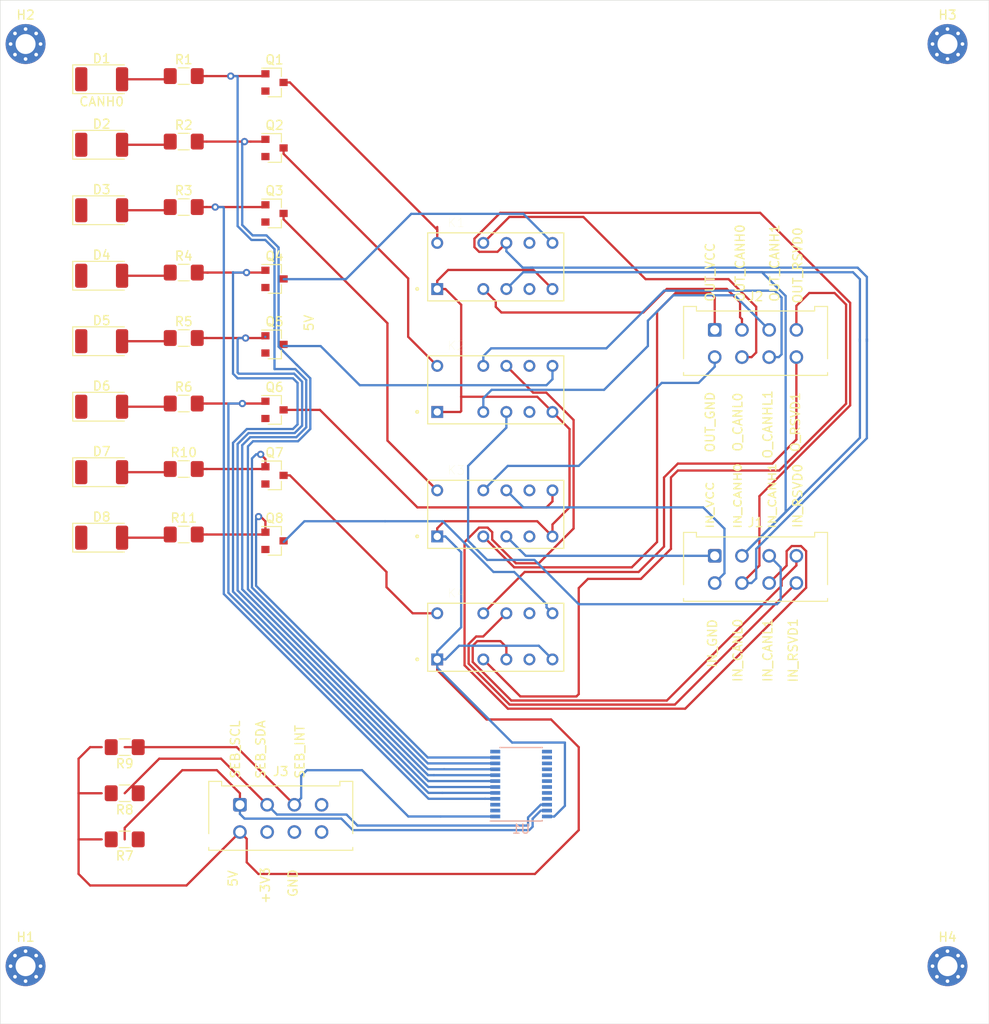
<source format=kicad_pcb>
(kicad_pcb (version 20171130) (host pcbnew "(5.1.5)-3")

  (general
    (thickness 1.6)
    (drawings 37)
    (tracks 443)
    (zones 0)
    (modules 39)
    (nets 68)
  )

  (page A4)
  (title_block
    (title "SDSU Rocket Project- switch tester")
    (date 3/10/20)
    (company "Brian Ahlers")
  )

  (layers
    (0 F.Cu signal hide)
    (31 B.Cu signal hide)
    (32 B.Adhes user)
    (33 F.Adhes user)
    (34 B.Paste user)
    (35 F.Paste user)
    (36 B.SilkS user)
    (37 F.SilkS user)
    (38 B.Mask user)
    (39 F.Mask user)
    (40 Dwgs.User user hide)
    (41 Cmts.User user hide)
    (42 Eco1.User user hide)
    (43 Eco2.User user hide)
    (44 Edge.Cuts user)
    (45 Margin user)
    (46 B.CrtYd user)
    (47 F.CrtYd user)
    (48 B.Fab user hide)
    (49 F.Fab user hide)
  )

  (setup
    (last_trace_width 0.25)
    (trace_clearance 0.2)
    (zone_clearance 0.508)
    (zone_45_only no)
    (trace_min 0.2)
    (via_size 0.8)
    (via_drill 0.4)
    (via_min_size 0.4)
    (via_min_drill 0.3)
    (uvia_size 0.3)
    (uvia_drill 0.1)
    (uvias_allowed no)
    (uvia_min_size 0.2)
    (uvia_min_drill 0.1)
    (edge_width 0.05)
    (segment_width 0.2)
    (pcb_text_width 0.3)
    (pcb_text_size 1.5 1.5)
    (mod_edge_width 0.12)
    (mod_text_size 1 1)
    (mod_text_width 0.15)
    (pad_size 1.524 1.524)
    (pad_drill 0.762)
    (pad_to_mask_clearance 0.051)
    (solder_mask_min_width 0.25)
    (aux_axis_origin 0 0)
    (visible_elements 7FFFBFFF)
    (pcbplotparams
      (layerselection 0x010fc_ffffffff)
      (usegerberextensions false)
      (usegerberattributes false)
      (usegerberadvancedattributes false)
      (creategerberjobfile false)
      (excludeedgelayer true)
      (linewidth 0.100000)
      (plotframeref false)
      (viasonmask false)
      (mode 1)
      (useauxorigin false)
      (hpglpennumber 1)
      (hpglpenspeed 20)
      (hpglpendiameter 15.000000)
      (psnegative false)
      (psa4output false)
      (plotreference true)
      (plotvalue true)
      (plotinvisibletext false)
      (padsonsilk false)
      (subtractmaskfromsilk false)
      (outputformat 1)
      (mirror false)
      (drillshape 1)
      (scaleselection 1)
      (outputdirectory ""))
  )

  (net 0 "")
  (net 1 GND)
  (net 2 "Net-(K1-Pad12)")
  (net 3 "Net-(K2-Pad12)")
  (net 4 "Net-(K1-Pad7)")
  (net 5 "Net-(K2-Pad7)")
  (net 6 "Net-(K3-Pad12)")
  (net 7 "Net-(K3-Pad7)")
  (net 8 "Net-(U1-Pad2)")
  (net 9 "Net-(U1-Pad3)")
  (net 10 "Net-(U1-Pad17)")
  (net 11 "Net-(U1-Pad18)")
  (net 12 "Net-(U1-Pad19)")
  (net 13 "Net-(U1-Pad20)")
  (net 14 "Net-(U1-Pad21)")
  (net 15 +5V)
  (net 16 "Net-(D1-Pad2)")
  (net 17 "Net-(D2-Pad2)")
  (net 18 "Net-(D3-Pad2)")
  (net 19 "Net-(D4-Pad2)")
  (net 20 "Net-(D5-Pad2)")
  (net 21 "Net-(D6-Pad2)")
  (net 22 "Net-(D7-Pad2)")
  (net 23 "Net-(K1-Pad5)")
  (net 24 "Net-(K1-Pad8)")
  (net 25 "Net-(K2-Pad8)")
  (net 26 "Net-(K2-Pad5)")
  (net 27 "Net-(K3-Pad5)")
  (net 28 "Net-(K3-Pad8)")
  (net 29 /IN_GND_1)
  (net 30 /IN_VCC_1)
  (net 31 /OUT_VCC_1)
  (net 32 /OUT_GND_1)
  (net 33 /IN_RESERVED1)
  (net 34 /IN_CANL1)
  (net 35 /IN_CANL0)
  (net 36 /IN_CANH1)
  (net 37 /IN_CANH0)
  (net 38 /OUT_CANH0)
  (net 39 /OUT_CANH1)
  (net 40 /OUT_RESERVD0)
  (net 41 /OUT_CANL0)
  (net 42 /OUT_CANL1)
  (net 43 /OUT_RESERVED1)
  (net 44 /VCC_SWITCH)
  (net 45 /GND_SWITCH)
  (net 46 /CANH0_SWITCH)
  (net 47 /CANH1_SWITCH)
  (net 48 /CANL1_SWITCH)
  (net 49 /CANL0_SWITCH)
  (net 50 "Net-(U1-Pad13)")
  (net 51 "Net-(U1-Pad14)")
  (net 52 "Net-(U1-Pad15)")
  (net 53 "Net-(U1-Pad16)")
  (net 54 "Net-(J3-Pad8)")
  (net 55 +3V3)
  (net 56 "Net-(J3-Pad4)")
  (net 57 /SEB_SCL)
  (net 58 "Net-(D8-Pad2)")
  (net 59 /SEB_SDA)
  (net 60 "Net-(K4-Pad12)")
  (net 61 "Net-(K4-Pad8)")
  (net 62 "Net-(K4-Pad5)")
  (net 63 "Net-(K4-Pad7)")
  (net 64 /IN_RESERVED0)
  (net 65 /RESERVED0_SWITCH)
  (net 66 /RESERVED1_SWITCH)
  (net 67 /SEB_~INT)

  (net_class Default "This is the default net class."
    (clearance 0.2)
    (trace_width 0.25)
    (via_dia 0.8)
    (via_drill 0.4)
    (uvia_dia 0.3)
    (uvia_drill 0.1)
    (add_net +3V3)
    (add_net +5V)
    (add_net /CANH0_SWITCH)
    (add_net /CANH1_SWITCH)
    (add_net /CANL0_SWITCH)
    (add_net /CANL1_SWITCH)
    (add_net /GND_SWITCH)
    (add_net /IN_CANH0)
    (add_net /IN_CANH1)
    (add_net /IN_CANL0)
    (add_net /IN_CANL1)
    (add_net /IN_GND_1)
    (add_net /IN_RESERVED0)
    (add_net /IN_RESERVED1)
    (add_net /IN_VCC_1)
    (add_net /OUT_CANH0)
    (add_net /OUT_CANH1)
    (add_net /OUT_CANL0)
    (add_net /OUT_CANL1)
    (add_net /OUT_GND_1)
    (add_net /OUT_RESERVD0)
    (add_net /OUT_RESERVED1)
    (add_net /OUT_VCC_1)
    (add_net /RESERVED0_SWITCH)
    (add_net /RESERVED1_SWITCH)
    (add_net /SEB_SCL)
    (add_net /SEB_SDA)
    (add_net /SEB_~INT)
    (add_net /VCC_SWITCH)
    (add_net GND)
    (add_net "Net-(D1-Pad2)")
    (add_net "Net-(D2-Pad2)")
    (add_net "Net-(D3-Pad2)")
    (add_net "Net-(D4-Pad2)")
    (add_net "Net-(D5-Pad2)")
    (add_net "Net-(D6-Pad2)")
    (add_net "Net-(D7-Pad2)")
    (add_net "Net-(D8-Pad2)")
    (add_net "Net-(J3-Pad4)")
    (add_net "Net-(J3-Pad8)")
    (add_net "Net-(K1-Pad12)")
    (add_net "Net-(K1-Pad5)")
    (add_net "Net-(K1-Pad7)")
    (add_net "Net-(K1-Pad8)")
    (add_net "Net-(K2-Pad12)")
    (add_net "Net-(K2-Pad5)")
    (add_net "Net-(K2-Pad7)")
    (add_net "Net-(K2-Pad8)")
    (add_net "Net-(K3-Pad12)")
    (add_net "Net-(K3-Pad5)")
    (add_net "Net-(K3-Pad7)")
    (add_net "Net-(K3-Pad8)")
    (add_net "Net-(K4-Pad12)")
    (add_net "Net-(K4-Pad5)")
    (add_net "Net-(K4-Pad7)")
    (add_net "Net-(K4-Pad8)")
    (add_net "Net-(U1-Pad13)")
    (add_net "Net-(U1-Pad14)")
    (add_net "Net-(U1-Pad15)")
    (add_net "Net-(U1-Pad16)")
    (add_net "Net-(U1-Pad17)")
    (add_net "Net-(U1-Pad18)")
    (add_net "Net-(U1-Pad19)")
    (add_net "Net-(U1-Pad2)")
    (add_net "Net-(U1-Pad20)")
    (add_net "Net-(U1-Pad21)")
    (add_net "Net-(U1-Pad3)")
  )

  (module MountingHole:MountingHole_2.2mm_M2_Pad_Via (layer F.Cu) (tedit 56DDB9C7) (tstamp 5E90091E)
    (at 142.748 120.65)
    (descr "Mounting Hole 2.2mm, M2")
    (tags "mounting hole 2.2mm m2")
    (path /5E704447)
    (attr virtual)
    (fp_text reference H4 (at 0 -3.2) (layer F.SilkS)
      (effects (font (size 1 1) (thickness 0.15)))
    )
    (fp_text value MountingHole_Pad (at 0 3.2) (layer F.Fab)
      (effects (font (size 1 1) (thickness 0.15)))
    )
    (fp_circle (center 0 0) (end 2.45 0) (layer F.CrtYd) (width 0.05))
    (fp_circle (center 0 0) (end 2.2 0) (layer Cmts.User) (width 0.15))
    (fp_text user %R (at 0.3 0) (layer F.Fab)
      (effects (font (size 1 1) (thickness 0.15)))
    )
    (pad 1 thru_hole circle (at 1.166726 -1.166726) (size 0.7 0.7) (drill 0.4) (layers *.Cu *.Mask)
      (net 1 GND))
    (pad 1 thru_hole circle (at 0 -1.65) (size 0.7 0.7) (drill 0.4) (layers *.Cu *.Mask)
      (net 1 GND))
    (pad 1 thru_hole circle (at -1.166726 -1.166726) (size 0.7 0.7) (drill 0.4) (layers *.Cu *.Mask)
      (net 1 GND))
    (pad 1 thru_hole circle (at -1.65 0) (size 0.7 0.7) (drill 0.4) (layers *.Cu *.Mask)
      (net 1 GND))
    (pad 1 thru_hole circle (at -1.166726 1.166726) (size 0.7 0.7) (drill 0.4) (layers *.Cu *.Mask)
      (net 1 GND))
    (pad 1 thru_hole circle (at 0 1.65) (size 0.7 0.7) (drill 0.4) (layers *.Cu *.Mask)
      (net 1 GND))
    (pad 1 thru_hole circle (at 1.166726 1.166726) (size 0.7 0.7) (drill 0.4) (layers *.Cu *.Mask)
      (net 1 GND))
    (pad 1 thru_hole circle (at 1.65 0) (size 0.7 0.7) (drill 0.4) (layers *.Cu *.Mask)
      (net 1 GND))
    (pad 1 thru_hole circle (at 0 0) (size 4.4 4.4) (drill 2.2) (layers *.Cu *.Mask)
      (net 1 GND))
  )

  (module MountingHole:MountingHole_2.2mm_M2_Pad_Via (layer F.Cu) (tedit 56DDB9C7) (tstamp 5E900E64)
    (at 142.748 19.05)
    (descr "Mounting Hole 2.2mm, M2")
    (tags "mounting hole 2.2mm m2")
    (path /5E70F5CB)
    (attr virtual)
    (fp_text reference H3 (at 0 -3.2) (layer F.SilkS)
      (effects (font (size 1 1) (thickness 0.15)))
    )
    (fp_text value MountingHole_Pad (at 0 3.2) (layer F.Fab)
      (effects (font (size 1 1) (thickness 0.15)))
    )
    (fp_circle (center 0 0) (end 2.45 0) (layer F.CrtYd) (width 0.05))
    (fp_circle (center 0 0) (end 2.2 0) (layer Cmts.User) (width 0.15))
    (fp_text user %R (at 0.3 0) (layer F.Fab)
      (effects (font (size 1 1) (thickness 0.15)))
    )
    (pad 1 thru_hole circle (at 1.166726 -1.166726) (size 0.7 0.7) (drill 0.4) (layers *.Cu *.Mask)
      (net 1 GND))
    (pad 1 thru_hole circle (at 0 -1.65) (size 0.7 0.7) (drill 0.4) (layers *.Cu *.Mask)
      (net 1 GND))
    (pad 1 thru_hole circle (at -1.166726 -1.166726) (size 0.7 0.7) (drill 0.4) (layers *.Cu *.Mask)
      (net 1 GND))
    (pad 1 thru_hole circle (at -1.65 0) (size 0.7 0.7) (drill 0.4) (layers *.Cu *.Mask)
      (net 1 GND))
    (pad 1 thru_hole circle (at -1.166726 1.166726) (size 0.7 0.7) (drill 0.4) (layers *.Cu *.Mask)
      (net 1 GND))
    (pad 1 thru_hole circle (at 0 1.65) (size 0.7 0.7) (drill 0.4) (layers *.Cu *.Mask)
      (net 1 GND))
    (pad 1 thru_hole circle (at 1.166726 1.166726) (size 0.7 0.7) (drill 0.4) (layers *.Cu *.Mask)
      (net 1 GND))
    (pad 1 thru_hole circle (at 1.65 0) (size 0.7 0.7) (drill 0.4) (layers *.Cu *.Mask)
      (net 1 GND))
    (pad 1 thru_hole circle (at 0 0) (size 4.4 4.4) (drill 2.2) (layers *.Cu *.Mask)
      (net 1 GND))
  )

  (module MountingHole:MountingHole_2.2mm_M2_Pad_Via (layer F.Cu) (tedit 56DDB9C7) (tstamp 5E901120)
    (at 41.148 19.05)
    (descr "Mounting Hole 2.2mm, M2")
    (tags "mounting hole 2.2mm m2")
    (path /5E710F55)
    (attr virtual)
    (fp_text reference H2 (at 0 -3.2) (layer F.SilkS)
      (effects (font (size 1 1) (thickness 0.15)))
    )
    (fp_text value MountingHole_Pad (at 0 3.2) (layer F.Fab)
      (effects (font (size 1 1) (thickness 0.15)))
    )
    (fp_circle (center 0 0) (end 2.45 0) (layer F.CrtYd) (width 0.05))
    (fp_circle (center 0 0) (end 2.2 0) (layer Cmts.User) (width 0.15))
    (fp_text user %R (at 0.3 0) (layer F.Fab)
      (effects (font (size 1 1) (thickness 0.15)))
    )
    (pad 1 thru_hole circle (at 1.166726 -1.166726) (size 0.7 0.7) (drill 0.4) (layers *.Cu *.Mask)
      (net 1 GND))
    (pad 1 thru_hole circle (at 0 -1.65) (size 0.7 0.7) (drill 0.4) (layers *.Cu *.Mask)
      (net 1 GND))
    (pad 1 thru_hole circle (at -1.166726 -1.166726) (size 0.7 0.7) (drill 0.4) (layers *.Cu *.Mask)
      (net 1 GND))
    (pad 1 thru_hole circle (at -1.65 0) (size 0.7 0.7) (drill 0.4) (layers *.Cu *.Mask)
      (net 1 GND))
    (pad 1 thru_hole circle (at -1.166726 1.166726) (size 0.7 0.7) (drill 0.4) (layers *.Cu *.Mask)
      (net 1 GND))
    (pad 1 thru_hole circle (at 0 1.65) (size 0.7 0.7) (drill 0.4) (layers *.Cu *.Mask)
      (net 1 GND))
    (pad 1 thru_hole circle (at 1.166726 1.166726) (size 0.7 0.7) (drill 0.4) (layers *.Cu *.Mask)
      (net 1 GND))
    (pad 1 thru_hole circle (at 1.65 0) (size 0.7 0.7) (drill 0.4) (layers *.Cu *.Mask)
      (net 1 GND))
    (pad 1 thru_hole circle (at 0 0) (size 4.4 4.4) (drill 2.2) (layers *.Cu *.Mask)
      (net 1 GND))
  )

  (module MountingHole:MountingHole_2.2mm_M2_Pad_Via (layer F.Cu) (tedit 56DDB9C7) (tstamp 5E90114D)
    (at 41.148 120.65)
    (descr "Mounting Hole 2.2mm, M2")
    (tags "mounting hole 2.2mm m2")
    (path /5E712909)
    (attr virtual)
    (fp_text reference H1 (at 0 -3.2) (layer F.SilkS)
      (effects (font (size 1 1) (thickness 0.15)))
    )
    (fp_text value MountingHole_Pad (at 0 3.2) (layer F.Fab)
      (effects (font (size 1 1) (thickness 0.15)))
    )
    (fp_circle (center 0 0) (end 2.45 0) (layer F.CrtYd) (width 0.05))
    (fp_circle (center 0 0) (end 2.2 0) (layer Cmts.User) (width 0.15))
    (fp_text user %R (at 0.3 0) (layer F.Fab)
      (effects (font (size 1 1) (thickness 0.15)))
    )
    (pad 1 thru_hole circle (at 1.166726 -1.166726) (size 0.7 0.7) (drill 0.4) (layers *.Cu *.Mask)
      (net 1 GND))
    (pad 1 thru_hole circle (at 0 -1.65) (size 0.7 0.7) (drill 0.4) (layers *.Cu *.Mask)
      (net 1 GND))
    (pad 1 thru_hole circle (at -1.166726 -1.166726) (size 0.7 0.7) (drill 0.4) (layers *.Cu *.Mask)
      (net 1 GND))
    (pad 1 thru_hole circle (at -1.65 0) (size 0.7 0.7) (drill 0.4) (layers *.Cu *.Mask)
      (net 1 GND))
    (pad 1 thru_hole circle (at -1.166726 1.166726) (size 0.7 0.7) (drill 0.4) (layers *.Cu *.Mask)
      (net 1 GND))
    (pad 1 thru_hole circle (at 0 1.65) (size 0.7 0.7) (drill 0.4) (layers *.Cu *.Mask)
      (net 1 GND))
    (pad 1 thru_hole circle (at 1.166726 1.166726) (size 0.7 0.7) (drill 0.4) (layers *.Cu *.Mask)
      (net 1 GND))
    (pad 1 thru_hole circle (at 1.65 0) (size 0.7 0.7) (drill 0.4) (layers *.Cu *.Mask)
      (net 1 GND))
    (pad 1 thru_hole circle (at 0 0) (size 4.4 4.4) (drill 2.2) (layers *.Cu *.Mask)
      (net 1 GND))
  )

  (module Diode_SMD:D_2010_5025Metric (layer F.Cu) (tedit 5B301BBE) (tstamp 5E568F2C)
    (at 49.53 37.363809)
    (descr "Diode SMD 2010 (5025 Metric), square (rectangular) end terminal, IPC_7351 nominal, (Body size source: http://www.tortai-tech.com/upload/download/2011102023233369053.pdf), generated with kicad-footprint-generator")
    (tags diode)
    (path /5E4610EF)
    (attr smd)
    (fp_text reference D3 (at 0 -2.28) (layer F.SilkS)
      (effects (font (size 1 1) (thickness 0.15)))
    )
    (fp_text value LED (at 0 2.28) (layer F.Fab)
      (effects (font (size 1 1) (thickness 0.15)))
    )
    (fp_text user %R (at 0 0) (layer F.Fab)
      (effects (font (size 1 1) (thickness 0.15)))
    )
    (fp_line (start 3.18 1.58) (end -3.18 1.58) (layer F.CrtYd) (width 0.05))
    (fp_line (start 3.18 -1.58) (end 3.18 1.58) (layer F.CrtYd) (width 0.05))
    (fp_line (start -3.18 -1.58) (end 3.18 -1.58) (layer F.CrtYd) (width 0.05))
    (fp_line (start -3.18 1.58) (end -3.18 -1.58) (layer F.CrtYd) (width 0.05))
    (fp_line (start -3.185 1.585) (end 2.5 1.585) (layer F.SilkS) (width 0.12))
    (fp_line (start -3.185 -1.585) (end -3.185 1.585) (layer F.SilkS) (width 0.12))
    (fp_line (start 2.5 -1.585) (end -3.185 -1.585) (layer F.SilkS) (width 0.12))
    (fp_line (start 2.5 1.25) (end 2.5 -1.25) (layer F.Fab) (width 0.1))
    (fp_line (start -2.5 1.25) (end 2.5 1.25) (layer F.Fab) (width 0.1))
    (fp_line (start -2.5 -0.625) (end -2.5 1.25) (layer F.Fab) (width 0.1))
    (fp_line (start -1.875 -1.25) (end -2.5 -0.625) (layer F.Fab) (width 0.1))
    (fp_line (start 2.5 -1.25) (end -1.875 -1.25) (layer F.Fab) (width 0.1))
    (pad 2 smd roundrect (at 2.25 0) (size 1.35 2.65) (layers F.Cu F.Paste F.Mask) (roundrect_rratio 0.185185)
      (net 18 "Net-(D3-Pad2)"))
    (pad 1 smd roundrect (at -2.25 0) (size 1.35 2.65) (layers F.Cu F.Paste F.Mask) (roundrect_rratio 0.185185)
      (net 1 GND))
    (model ${KISYS3DMOD}/Diode_SMD.3dshapes/D_2010_5025Metric.wrl
      (at (xyz 0 0 0))
      (scale (xyz 1 1 1))
      (rotate (xyz 0 0 0))
    )
  )

  (module Diode_SMD:D_2010_5025Metric (layer F.Cu) (tedit 5B301BBE) (tstamp 5E56B546)
    (at 49.53 66.224761)
    (descr "Diode SMD 2010 (5025 Metric), square (rectangular) end terminal, IPC_7351 nominal, (Body size source: http://www.tortai-tech.com/upload/download/2011102023233369053.pdf), generated with kicad-footprint-generator")
    (tags diode)
    (path /5E76B22A)
    (attr smd)
    (fp_text reference D7 (at 0 -2.28) (layer F.SilkS)
      (effects (font (size 1 1) (thickness 0.15)))
    )
    (fp_text value LED (at 0 2.28) (layer F.Fab)
      (effects (font (size 1 1) (thickness 0.15)))
    )
    (fp_line (start 2.5 -1.25) (end -1.875 -1.25) (layer F.Fab) (width 0.1))
    (fp_line (start -1.875 -1.25) (end -2.5 -0.625) (layer F.Fab) (width 0.1))
    (fp_line (start -2.5 -0.625) (end -2.5 1.25) (layer F.Fab) (width 0.1))
    (fp_line (start -2.5 1.25) (end 2.5 1.25) (layer F.Fab) (width 0.1))
    (fp_line (start 2.5 1.25) (end 2.5 -1.25) (layer F.Fab) (width 0.1))
    (fp_line (start 2.5 -1.585) (end -3.185 -1.585) (layer F.SilkS) (width 0.12))
    (fp_line (start -3.185 -1.585) (end -3.185 1.585) (layer F.SilkS) (width 0.12))
    (fp_line (start -3.185 1.585) (end 2.5 1.585) (layer F.SilkS) (width 0.12))
    (fp_line (start -3.18 1.58) (end -3.18 -1.58) (layer F.CrtYd) (width 0.05))
    (fp_line (start -3.18 -1.58) (end 3.18 -1.58) (layer F.CrtYd) (width 0.05))
    (fp_line (start 3.18 -1.58) (end 3.18 1.58) (layer F.CrtYd) (width 0.05))
    (fp_line (start 3.18 1.58) (end -3.18 1.58) (layer F.CrtYd) (width 0.05))
    (fp_text user %R (at 0 0) (layer F.Fab)
      (effects (font (size 1 1) (thickness 0.15)))
    )
    (pad 1 smd roundrect (at -2.25 0) (size 1.35 2.65) (layers F.Cu F.Paste F.Mask) (roundrect_rratio 0.185185)
      (net 1 GND))
    (pad 2 smd roundrect (at 2.25 0) (size 1.35 2.65) (layers F.Cu F.Paste F.Mask) (roundrect_rratio 0.185185)
      (net 22 "Net-(D7-Pad2)"))
    (model ${KISYS3DMOD}/Diode_SMD.3dshapes/D_2010_5025Metric.wrl
      (at (xyz 0 0 0))
      (scale (xyz 1 1 1))
      (rotate (xyz 0 0 0))
    )
  )

  (module Diode_SMD:D_2010_5025Metric (layer F.Cu) (tedit 5B301BBE) (tstamp 5E568F52)
    (at 49.53 59.009523)
    (descr "Diode SMD 2010 (5025 Metric), square (rectangular) end terminal, IPC_7351 nominal, (Body size source: http://www.tortai-tech.com/upload/download/2011102023233369053.pdf), generated with kicad-footprint-generator")
    (tags diode)
    (path /5E46D651)
    (attr smd)
    (fp_text reference D6 (at 0 -2.28) (layer F.SilkS)
      (effects (font (size 1 1) (thickness 0.15)))
    )
    (fp_text value LED (at 0 2.28) (layer F.Fab)
      (effects (font (size 1 1) (thickness 0.15)))
    )
    (fp_text user %R (at 0 0) (layer F.Fab)
      (effects (font (size 1 1) (thickness 0.15)))
    )
    (fp_line (start 3.18 1.58) (end -3.18 1.58) (layer F.CrtYd) (width 0.05))
    (fp_line (start 3.18 -1.58) (end 3.18 1.58) (layer F.CrtYd) (width 0.05))
    (fp_line (start -3.18 -1.58) (end 3.18 -1.58) (layer F.CrtYd) (width 0.05))
    (fp_line (start -3.18 1.58) (end -3.18 -1.58) (layer F.CrtYd) (width 0.05))
    (fp_line (start -3.185 1.585) (end 2.5 1.585) (layer F.SilkS) (width 0.12))
    (fp_line (start -3.185 -1.585) (end -3.185 1.585) (layer F.SilkS) (width 0.12))
    (fp_line (start 2.5 -1.585) (end -3.185 -1.585) (layer F.SilkS) (width 0.12))
    (fp_line (start 2.5 1.25) (end 2.5 -1.25) (layer F.Fab) (width 0.1))
    (fp_line (start -2.5 1.25) (end 2.5 1.25) (layer F.Fab) (width 0.1))
    (fp_line (start -2.5 -0.625) (end -2.5 1.25) (layer F.Fab) (width 0.1))
    (fp_line (start -1.875 -1.25) (end -2.5 -0.625) (layer F.Fab) (width 0.1))
    (fp_line (start 2.5 -1.25) (end -1.875 -1.25) (layer F.Fab) (width 0.1))
    (pad 2 smd roundrect (at 2.25 0) (size 1.35 2.65) (layers F.Cu F.Paste F.Mask) (roundrect_rratio 0.185185)
      (net 21 "Net-(D6-Pad2)"))
    (pad 1 smd roundrect (at -2.25 0) (size 1.35 2.65) (layers F.Cu F.Paste F.Mask) (roundrect_rratio 0.185185)
      (net 1 GND))
    (model ${KISYS3DMOD}/Diode_SMD.3dshapes/D_2010_5025Metric.wrl
      (at (xyz 0 0 0))
      (scale (xyz 1 1 1))
      (rotate (xyz 0 0 0))
    )
  )

  (module Diode_SMD:D_2010_5025Metric (layer F.Cu) (tedit 5B301BBE) (tstamp 5E568F65)
    (at 49.53 73.44)
    (descr "Diode SMD 2010 (5025 Metric), square (rectangular) end terminal, IPC_7351 nominal, (Body size source: http://www.tortai-tech.com/upload/download/2011102023233369053.pdf), generated with kicad-footprint-generator")
    (tags diode)
    (path /5E76B24F)
    (attr smd)
    (fp_text reference D8 (at 0 -2.28) (layer F.SilkS)
      (effects (font (size 1 1) (thickness 0.15)))
    )
    (fp_text value LED (at 0 2.28) (layer F.Fab)
      (effects (font (size 1 1) (thickness 0.15)))
    )
    (fp_line (start 2.5 -1.25) (end -1.875 -1.25) (layer F.Fab) (width 0.1))
    (fp_line (start -1.875 -1.25) (end -2.5 -0.625) (layer F.Fab) (width 0.1))
    (fp_line (start -2.5 -0.625) (end -2.5 1.25) (layer F.Fab) (width 0.1))
    (fp_line (start -2.5 1.25) (end 2.5 1.25) (layer F.Fab) (width 0.1))
    (fp_line (start 2.5 1.25) (end 2.5 -1.25) (layer F.Fab) (width 0.1))
    (fp_line (start 2.5 -1.585) (end -3.185 -1.585) (layer F.SilkS) (width 0.12))
    (fp_line (start -3.185 -1.585) (end -3.185 1.585) (layer F.SilkS) (width 0.12))
    (fp_line (start -3.185 1.585) (end 2.5 1.585) (layer F.SilkS) (width 0.12))
    (fp_line (start -3.18 1.58) (end -3.18 -1.58) (layer F.CrtYd) (width 0.05))
    (fp_line (start -3.18 -1.58) (end 3.18 -1.58) (layer F.CrtYd) (width 0.05))
    (fp_line (start 3.18 -1.58) (end 3.18 1.58) (layer F.CrtYd) (width 0.05))
    (fp_line (start 3.18 1.58) (end -3.18 1.58) (layer F.CrtYd) (width 0.05))
    (fp_text user %R (at 0 0) (layer F.Fab)
      (effects (font (size 1 1) (thickness 0.15)))
    )
    (pad 1 smd roundrect (at -2.25 0) (size 1.35 2.65) (layers F.Cu F.Paste F.Mask) (roundrect_rratio 0.185185)
      (net 1 GND))
    (pad 2 smd roundrect (at 2.25 0) (size 1.35 2.65) (layers F.Cu F.Paste F.Mask) (roundrect_rratio 0.185185)
      (net 58 "Net-(D8-Pad2)"))
    (model ${KISYS3DMOD}/Diode_SMD.3dshapes/D_2010_5025Metric.wrl
      (at (xyz 0 0 0))
      (scale (xyz 1 1 1))
      (rotate (xyz 0 0 0))
    )
  )

  (module Diode_SMD:D_2010_5025Metric (layer F.Cu) (tedit 5B301BBE) (tstamp 5E568F78)
    (at 49.53 22.933333)
    (descr "Diode SMD 2010 (5025 Metric), square (rectangular) end terminal, IPC_7351 nominal, (Body size source: http://www.tortai-tech.com/upload/download/2011102023233369053.pdf), generated with kicad-footprint-generator")
    (tags diode)
    (path /5E599CDF)
    (attr smd)
    (fp_text reference D1 (at 0 -2.28) (layer F.SilkS)
      (effects (font (size 1 1) (thickness 0.15)))
    )
    (fp_text value LED (at 0 2.28) (layer F.Fab)
      (effects (font (size 1 1) (thickness 0.15)))
    )
    (fp_text user %R (at 0 0) (layer F.Fab)
      (effects (font (size 1 1) (thickness 0.15)))
    )
    (fp_line (start 3.18 1.58) (end -3.18 1.58) (layer F.CrtYd) (width 0.05))
    (fp_line (start 3.18 -1.58) (end 3.18 1.58) (layer F.CrtYd) (width 0.05))
    (fp_line (start -3.18 -1.58) (end 3.18 -1.58) (layer F.CrtYd) (width 0.05))
    (fp_line (start -3.18 1.58) (end -3.18 -1.58) (layer F.CrtYd) (width 0.05))
    (fp_line (start -3.185 1.585) (end 2.5 1.585) (layer F.SilkS) (width 0.12))
    (fp_line (start -3.185 -1.585) (end -3.185 1.585) (layer F.SilkS) (width 0.12))
    (fp_line (start 2.5 -1.585) (end -3.185 -1.585) (layer F.SilkS) (width 0.12))
    (fp_line (start 2.5 1.25) (end 2.5 -1.25) (layer F.Fab) (width 0.1))
    (fp_line (start -2.5 1.25) (end 2.5 1.25) (layer F.Fab) (width 0.1))
    (fp_line (start -2.5 -0.625) (end -2.5 1.25) (layer F.Fab) (width 0.1))
    (fp_line (start -1.875 -1.25) (end -2.5 -0.625) (layer F.Fab) (width 0.1))
    (fp_line (start 2.5 -1.25) (end -1.875 -1.25) (layer F.Fab) (width 0.1))
    (pad 2 smd roundrect (at 2.25 0) (size 1.35 2.65) (layers F.Cu F.Paste F.Mask) (roundrect_rratio 0.185185)
      (net 16 "Net-(D1-Pad2)"))
    (pad 1 smd roundrect (at -2.25 0) (size 1.35 2.65) (layers F.Cu F.Paste F.Mask) (roundrect_rratio 0.185185)
      (net 1 GND))
    (model ${KISYS3DMOD}/Diode_SMD.3dshapes/D_2010_5025Metric.wrl
      (at (xyz 0 0 0))
      (scale (xyz 1 1 1))
      (rotate (xyz 0 0 0))
    )
  )

  (module Diode_SMD:D_2010_5025Metric (layer F.Cu) (tedit 5B301BBE) (tstamp 5E568F9E)
    (at 49.53 44.579047)
    (descr "Diode SMD 2010 (5025 Metric), square (rectangular) end terminal, IPC_7351 nominal, (Body size source: http://www.tortai-tech.com/upload/download/2011102023233369053.pdf), generated with kicad-footprint-generator")
    (tags diode)
    (path /5E599D04)
    (attr smd)
    (fp_text reference D4 (at 0 -2.28) (layer F.SilkS)
      (effects (font (size 1 1) (thickness 0.15)))
    )
    (fp_text value LED (at 0 2.28) (layer F.Fab)
      (effects (font (size 1 1) (thickness 0.15)))
    )
    (fp_text user %R (at 0 0) (layer F.Fab)
      (effects (font (size 1 1) (thickness 0.15)))
    )
    (fp_line (start 3.18 1.58) (end -3.18 1.58) (layer F.CrtYd) (width 0.05))
    (fp_line (start 3.18 -1.58) (end 3.18 1.58) (layer F.CrtYd) (width 0.05))
    (fp_line (start -3.18 -1.58) (end 3.18 -1.58) (layer F.CrtYd) (width 0.05))
    (fp_line (start -3.18 1.58) (end -3.18 -1.58) (layer F.CrtYd) (width 0.05))
    (fp_line (start -3.185 1.585) (end 2.5 1.585) (layer F.SilkS) (width 0.12))
    (fp_line (start -3.185 -1.585) (end -3.185 1.585) (layer F.SilkS) (width 0.12))
    (fp_line (start 2.5 -1.585) (end -3.185 -1.585) (layer F.SilkS) (width 0.12))
    (fp_line (start 2.5 1.25) (end 2.5 -1.25) (layer F.Fab) (width 0.1))
    (fp_line (start -2.5 1.25) (end 2.5 1.25) (layer F.Fab) (width 0.1))
    (fp_line (start -2.5 -0.625) (end -2.5 1.25) (layer F.Fab) (width 0.1))
    (fp_line (start -1.875 -1.25) (end -2.5 -0.625) (layer F.Fab) (width 0.1))
    (fp_line (start 2.5 -1.25) (end -1.875 -1.25) (layer F.Fab) (width 0.1))
    (pad 2 smd roundrect (at 2.25 0) (size 1.35 2.65) (layers F.Cu F.Paste F.Mask) (roundrect_rratio 0.185185)
      (net 19 "Net-(D4-Pad2)"))
    (pad 1 smd roundrect (at -2.25 0) (size 1.35 2.65) (layers F.Cu F.Paste F.Mask) (roundrect_rratio 0.185185)
      (net 1 GND))
    (model ${KISYS3DMOD}/Diode_SMD.3dshapes/D_2010_5025Metric.wrl
      (at (xyz 0 0 0))
      (scale (xyz 1 1 1))
      (rotate (xyz 0 0 0))
    )
  )

  (module Diode_SMD:D_2010_5025Metric (layer F.Cu) (tedit 5B301BBE) (tstamp 5E568FC4)
    (at 49.53 30.148571)
    (descr "Diode SMD 2010 (5025 Metric), square (rectangular) end terminal, IPC_7351 nominal, (Body size source: http://www.tortai-tech.com/upload/download/2011102023233369053.pdf), generated with kicad-footprint-generator")
    (tags diode)
    (path /5E6261FB)
    (attr smd)
    (fp_text reference D2 (at 0 -2.28) (layer F.SilkS)
      (effects (font (size 1 1) (thickness 0.15)))
    )
    (fp_text value LED (at 0 2.28) (layer F.Fab)
      (effects (font (size 1 1) (thickness 0.15)))
    )
    (fp_text user %R (at 0 0) (layer F.Fab)
      (effects (font (size 1 1) (thickness 0.15)))
    )
    (fp_line (start 3.18 1.58) (end -3.18 1.58) (layer F.CrtYd) (width 0.05))
    (fp_line (start 3.18 -1.58) (end 3.18 1.58) (layer F.CrtYd) (width 0.05))
    (fp_line (start -3.18 -1.58) (end 3.18 -1.58) (layer F.CrtYd) (width 0.05))
    (fp_line (start -3.18 1.58) (end -3.18 -1.58) (layer F.CrtYd) (width 0.05))
    (fp_line (start -3.185 1.585) (end 2.5 1.585) (layer F.SilkS) (width 0.12))
    (fp_line (start -3.185 -1.585) (end -3.185 1.585) (layer F.SilkS) (width 0.12))
    (fp_line (start 2.5 -1.585) (end -3.185 -1.585) (layer F.SilkS) (width 0.12))
    (fp_line (start 2.5 1.25) (end 2.5 -1.25) (layer F.Fab) (width 0.1))
    (fp_line (start -2.5 1.25) (end 2.5 1.25) (layer F.Fab) (width 0.1))
    (fp_line (start -2.5 -0.625) (end -2.5 1.25) (layer F.Fab) (width 0.1))
    (fp_line (start -1.875 -1.25) (end -2.5 -0.625) (layer F.Fab) (width 0.1))
    (fp_line (start 2.5 -1.25) (end -1.875 -1.25) (layer F.Fab) (width 0.1))
    (pad 2 smd roundrect (at 2.25 0) (size 1.35 2.65) (layers F.Cu F.Paste F.Mask) (roundrect_rratio 0.185185)
      (net 17 "Net-(D2-Pad2)"))
    (pad 1 smd roundrect (at -2.25 0) (size 1.35 2.65) (layers F.Cu F.Paste F.Mask) (roundrect_rratio 0.185185)
      (net 1 GND))
    (model ${KISYS3DMOD}/Diode_SMD.3dshapes/D_2010_5025Metric.wrl
      (at (xyz 0 0 0))
      (scale (xyz 1 1 1))
      (rotate (xyz 0 0 0))
    )
  )

  (module Diode_SMD:D_2010_5025Metric (layer F.Cu) (tedit 5B301BBE) (tstamp 5E568FEA)
    (at 49.53 51.794285)
    (descr "Diode SMD 2010 (5025 Metric), square (rectangular) end terminal, IPC_7351 nominal, (Body size source: http://www.tortai-tech.com/upload/download/2011102023233369053.pdf), generated with kicad-footprint-generator")
    (tags diode)
    (path /5E626220)
    (attr smd)
    (fp_text reference D5 (at 0 -2.28) (layer F.SilkS)
      (effects (font (size 1 1) (thickness 0.15)))
    )
    (fp_text value LED (at 0 2.28) (layer F.Fab)
      (effects (font (size 1 1) (thickness 0.15)))
    )
    (fp_text user %R (at 0 0) (layer F.Fab)
      (effects (font (size 1 1) (thickness 0.15)))
    )
    (fp_line (start 3.18 1.58) (end -3.18 1.58) (layer F.CrtYd) (width 0.05))
    (fp_line (start 3.18 -1.58) (end 3.18 1.58) (layer F.CrtYd) (width 0.05))
    (fp_line (start -3.18 -1.58) (end 3.18 -1.58) (layer F.CrtYd) (width 0.05))
    (fp_line (start -3.18 1.58) (end -3.18 -1.58) (layer F.CrtYd) (width 0.05))
    (fp_line (start -3.185 1.585) (end 2.5 1.585) (layer F.SilkS) (width 0.12))
    (fp_line (start -3.185 -1.585) (end -3.185 1.585) (layer F.SilkS) (width 0.12))
    (fp_line (start 2.5 -1.585) (end -3.185 -1.585) (layer F.SilkS) (width 0.12))
    (fp_line (start 2.5 1.25) (end 2.5 -1.25) (layer F.Fab) (width 0.1))
    (fp_line (start -2.5 1.25) (end 2.5 1.25) (layer F.Fab) (width 0.1))
    (fp_line (start -2.5 -0.625) (end -2.5 1.25) (layer F.Fab) (width 0.1))
    (fp_line (start -1.875 -1.25) (end -2.5 -0.625) (layer F.Fab) (width 0.1))
    (fp_line (start 2.5 -1.25) (end -1.875 -1.25) (layer F.Fab) (width 0.1))
    (pad 2 smd roundrect (at 2.25 0) (size 1.35 2.65) (layers F.Cu F.Paste F.Mask) (roundrect_rratio 0.185185)
      (net 20 "Net-(D5-Pad2)"))
    (pad 1 smd roundrect (at -2.25 0) (size 1.35 2.65) (layers F.Cu F.Paste F.Mask) (roundrect_rratio 0.185185)
      (net 1 GND))
    (model ${KISYS3DMOD}/Diode_SMD.3dshapes/D_2010_5025Metric.wrl
      (at (xyz 0 0 0))
      (scale (xyz 1 1 1))
      (rotate (xyz 0 0 0))
    )
  )

  (module Resistor_SMD:R_1206_3216Metric_Pad1.42x1.75mm_HandSolder (layer F.Cu) (tedit 5B301BBD) (tstamp 5E56D3AC)
    (at 58.575 73.09)
    (descr "Resistor SMD 1206 (3216 Metric), square (rectangular) end terminal, IPC_7351 nominal with elongated pad for handsoldering. (Body size source: http://www.tortai-tech.com/upload/download/2011102023233369053.pdf), generated with kicad-footprint-generator")
    (tags "resistor handsolder")
    (path /5E76B247)
    (attr smd)
    (fp_text reference R11 (at 0 -1.82) (layer F.SilkS)
      (effects (font (size 1 1) (thickness 0.15)))
    )
    (fp_text value R (at 0 1.82) (layer F.Fab)
      (effects (font (size 1 1) (thickness 0.15)))
    )
    (fp_text user %R (at 0 0) (layer F.Fab)
      (effects (font (size 0.8 0.8) (thickness 0.12)))
    )
    (fp_line (start 2.45 1.12) (end -2.45 1.12) (layer F.CrtYd) (width 0.05))
    (fp_line (start 2.45 -1.12) (end 2.45 1.12) (layer F.CrtYd) (width 0.05))
    (fp_line (start -2.45 -1.12) (end 2.45 -1.12) (layer F.CrtYd) (width 0.05))
    (fp_line (start -2.45 1.12) (end -2.45 -1.12) (layer F.CrtYd) (width 0.05))
    (fp_line (start -0.602064 0.91) (end 0.602064 0.91) (layer F.SilkS) (width 0.12))
    (fp_line (start -0.602064 -0.91) (end 0.602064 -0.91) (layer F.SilkS) (width 0.12))
    (fp_line (start 1.6 0.8) (end -1.6 0.8) (layer F.Fab) (width 0.1))
    (fp_line (start 1.6 -0.8) (end 1.6 0.8) (layer F.Fab) (width 0.1))
    (fp_line (start -1.6 -0.8) (end 1.6 -0.8) (layer F.Fab) (width 0.1))
    (fp_line (start -1.6 0.8) (end -1.6 -0.8) (layer F.Fab) (width 0.1))
    (pad 2 smd roundrect (at 1.4875 0) (size 1.425 1.75) (layers F.Cu F.Paste F.Mask) (roundrect_rratio 0.175439)
      (net 66 /RESERVED1_SWITCH))
    (pad 1 smd roundrect (at -1.4875 0) (size 1.425 1.75) (layers F.Cu F.Paste F.Mask) (roundrect_rratio 0.175439)
      (net 58 "Net-(D8-Pad2)"))
    (model ${KISYS3DMOD}/Resistor_SMD.3dshapes/R_1206_3216Metric.wrl
      (at (xyz 0 0 0))
      (scale (xyz 1 1 1))
      (rotate (xyz 0 0 0))
    )
  )

  (module Resistor_SMD:R_1206_3216Metric_Pad1.42x1.75mm_HandSolder (layer F.Cu) (tedit 5B301BBD) (tstamp 5E56D430)
    (at 58.575 65.874761)
    (descr "Resistor SMD 1206 (3216 Metric), square (rectangular) end terminal, IPC_7351 nominal with elongated pad for handsoldering. (Body size source: http://www.tortai-tech.com/upload/download/2011102023233369053.pdf), generated with kicad-footprint-generator")
    (tags "resistor handsolder")
    (path /5E76B222)
    (attr smd)
    (fp_text reference R10 (at 0 -1.82) (layer F.SilkS)
      (effects (font (size 1 1) (thickness 0.15)))
    )
    (fp_text value R (at 0 1.82) (layer F.Fab)
      (effects (font (size 1 1) (thickness 0.15)))
    )
    (fp_text user %R (at 0 0) (layer F.Fab)
      (effects (font (size 0.8 0.8) (thickness 0.12)))
    )
    (fp_line (start 2.45 1.12) (end -2.45 1.12) (layer F.CrtYd) (width 0.05))
    (fp_line (start 2.45 -1.12) (end 2.45 1.12) (layer F.CrtYd) (width 0.05))
    (fp_line (start -2.45 -1.12) (end 2.45 -1.12) (layer F.CrtYd) (width 0.05))
    (fp_line (start -2.45 1.12) (end -2.45 -1.12) (layer F.CrtYd) (width 0.05))
    (fp_line (start -0.602064 0.91) (end 0.602064 0.91) (layer F.SilkS) (width 0.12))
    (fp_line (start -0.602064 -0.91) (end 0.602064 -0.91) (layer F.SilkS) (width 0.12))
    (fp_line (start 1.6 0.8) (end -1.6 0.8) (layer F.Fab) (width 0.1))
    (fp_line (start 1.6 -0.8) (end 1.6 0.8) (layer F.Fab) (width 0.1))
    (fp_line (start -1.6 -0.8) (end 1.6 -0.8) (layer F.Fab) (width 0.1))
    (fp_line (start -1.6 0.8) (end -1.6 -0.8) (layer F.Fab) (width 0.1))
    (pad 2 smd roundrect (at 1.4875 0) (size 1.425 1.75) (layers F.Cu F.Paste F.Mask) (roundrect_rratio 0.175439)
      (net 65 /RESERVED0_SWITCH))
    (pad 1 smd roundrect (at -1.4875 0) (size 1.425 1.75) (layers F.Cu F.Paste F.Mask) (roundrect_rratio 0.175439)
      (net 22 "Net-(D7-Pad2)"))
    (model ${KISYS3DMOD}/Resistor_SMD.3dshapes/R_1206_3216Metric.wrl
      (at (xyz 0 0 0))
      (scale (xyz 1 1 1))
      (rotate (xyz 0 0 0))
    )
  )

  (module Resistor_SMD:R_1206_3216Metric_Pad1.42x1.75mm_HandSolder (layer F.Cu) (tedit 5B301BBD) (tstamp 5E63B982)
    (at 52.07 96.52 180)
    (descr "Resistor SMD 1206 (3216 Metric), square (rectangular) end terminal, IPC_7351 nominal with elongated pad for handsoldering. (Body size source: http://www.tortai-tech.com/upload/download/2011102023233369053.pdf), generated with kicad-footprint-generator")
    (tags "resistor handsolder")
    (path /5E66F1A0)
    (attr smd)
    (fp_text reference R9 (at 0 -1.82) (layer F.SilkS)
      (effects (font (size 1 1) (thickness 0.15)))
    )
    (fp_text value R (at 0 1.82) (layer F.Fab)
      (effects (font (size 1 1) (thickness 0.15)))
    )
    (fp_text user %R (at 0 0) (layer F.Fab)
      (effects (font (size 0.8 0.8) (thickness 0.12)))
    )
    (fp_line (start 2.45 1.12) (end -2.45 1.12) (layer F.CrtYd) (width 0.05))
    (fp_line (start 2.45 -1.12) (end 2.45 1.12) (layer F.CrtYd) (width 0.05))
    (fp_line (start -2.45 -1.12) (end 2.45 -1.12) (layer F.CrtYd) (width 0.05))
    (fp_line (start -2.45 1.12) (end -2.45 -1.12) (layer F.CrtYd) (width 0.05))
    (fp_line (start -0.602064 0.91) (end 0.602064 0.91) (layer F.SilkS) (width 0.12))
    (fp_line (start -0.602064 -0.91) (end 0.602064 -0.91) (layer F.SilkS) (width 0.12))
    (fp_line (start 1.6 0.8) (end -1.6 0.8) (layer F.Fab) (width 0.1))
    (fp_line (start 1.6 -0.8) (end 1.6 0.8) (layer F.Fab) (width 0.1))
    (fp_line (start -1.6 -0.8) (end 1.6 -0.8) (layer F.Fab) (width 0.1))
    (fp_line (start -1.6 0.8) (end -1.6 -0.8) (layer F.Fab) (width 0.1))
    (pad 2 smd roundrect (at 1.4875 0 180) (size 1.425 1.75) (layers F.Cu F.Paste F.Mask) (roundrect_rratio 0.175439)
      (net 15 +5V))
    (pad 1 smd roundrect (at -1.4875 0 180) (size 1.425 1.75) (layers F.Cu F.Paste F.Mask) (roundrect_rratio 0.175439)
      (net 67 /SEB_~INT))
    (model ${KISYS3DMOD}/Resistor_SMD.3dshapes/R_1206_3216Metric.wrl
      (at (xyz 0 0 0))
      (scale (xyz 1 1 1))
      (rotate (xyz 0 0 0))
    )
  )

  (module Resistor_SMD:R_1206_3216Metric_Pad1.42x1.75mm_HandSolder (layer F.Cu) (tedit 5B301BBD) (tstamp 5E63B96B)
    (at 52.07 101.6 180)
    (descr "Resistor SMD 1206 (3216 Metric), square (rectangular) end terminal, IPC_7351 nominal with elongated pad for handsoldering. (Body size source: http://www.tortai-tech.com/upload/download/2011102023233369053.pdf), generated with kicad-footprint-generator")
    (tags "resistor handsolder")
    (path /5E66D7CA)
    (attr smd)
    (fp_text reference R8 (at 0 -1.82) (layer F.SilkS)
      (effects (font (size 1 1) (thickness 0.15)))
    )
    (fp_text value R (at 0 1.82) (layer F.Fab)
      (effects (font (size 1 1) (thickness 0.15)))
    )
    (fp_text user %R (at 0 0) (layer F.Fab)
      (effects (font (size 0.8 0.8) (thickness 0.12)))
    )
    (fp_line (start 2.45 1.12) (end -2.45 1.12) (layer F.CrtYd) (width 0.05))
    (fp_line (start 2.45 -1.12) (end 2.45 1.12) (layer F.CrtYd) (width 0.05))
    (fp_line (start -2.45 -1.12) (end 2.45 -1.12) (layer F.CrtYd) (width 0.05))
    (fp_line (start -2.45 1.12) (end -2.45 -1.12) (layer F.CrtYd) (width 0.05))
    (fp_line (start -0.602064 0.91) (end 0.602064 0.91) (layer F.SilkS) (width 0.12))
    (fp_line (start -0.602064 -0.91) (end 0.602064 -0.91) (layer F.SilkS) (width 0.12))
    (fp_line (start 1.6 0.8) (end -1.6 0.8) (layer F.Fab) (width 0.1))
    (fp_line (start 1.6 -0.8) (end 1.6 0.8) (layer F.Fab) (width 0.1))
    (fp_line (start -1.6 -0.8) (end 1.6 -0.8) (layer F.Fab) (width 0.1))
    (fp_line (start -1.6 0.8) (end -1.6 -0.8) (layer F.Fab) (width 0.1))
    (pad 2 smd roundrect (at 1.4875 0 180) (size 1.425 1.75) (layers F.Cu F.Paste F.Mask) (roundrect_rratio 0.175439)
      (net 15 +5V))
    (pad 1 smd roundrect (at -1.4875 0 180) (size 1.425 1.75) (layers F.Cu F.Paste F.Mask) (roundrect_rratio 0.175439)
      (net 59 /SEB_SDA))
    (model ${KISYS3DMOD}/Resistor_SMD.3dshapes/R_1206_3216Metric.wrl
      (at (xyz 0 0 0))
      (scale (xyz 1 1 1))
      (rotate (xyz 0 0 0))
    )
  )

  (module Resistor_SMD:R_1206_3216Metric_Pad1.42x1.75mm_HandSolder (layer F.Cu) (tedit 5B301BBD) (tstamp 5E63B954)
    (at 52.07 106.68 180)
    (descr "Resistor SMD 1206 (3216 Metric), square (rectangular) end terminal, IPC_7351 nominal with elongated pad for handsoldering. (Body size source: http://www.tortai-tech.com/upload/download/2011102023233369053.pdf), generated with kicad-footprint-generator")
    (tags "resistor handsolder")
    (path /5E66AEB3)
    (attr smd)
    (fp_text reference R7 (at 0 -1.82) (layer F.SilkS)
      (effects (font (size 1 1) (thickness 0.15)))
    )
    (fp_text value R (at 0 1.82) (layer F.Fab)
      (effects (font (size 1 1) (thickness 0.15)))
    )
    (fp_text user %R (at 0 0) (layer F.Fab)
      (effects (font (size 0.8 0.8) (thickness 0.12)))
    )
    (fp_line (start 2.45 1.12) (end -2.45 1.12) (layer F.CrtYd) (width 0.05))
    (fp_line (start 2.45 -1.12) (end 2.45 1.12) (layer F.CrtYd) (width 0.05))
    (fp_line (start -2.45 -1.12) (end 2.45 -1.12) (layer F.CrtYd) (width 0.05))
    (fp_line (start -2.45 1.12) (end -2.45 -1.12) (layer F.CrtYd) (width 0.05))
    (fp_line (start -0.602064 0.91) (end 0.602064 0.91) (layer F.SilkS) (width 0.12))
    (fp_line (start -0.602064 -0.91) (end 0.602064 -0.91) (layer F.SilkS) (width 0.12))
    (fp_line (start 1.6 0.8) (end -1.6 0.8) (layer F.Fab) (width 0.1))
    (fp_line (start 1.6 -0.8) (end 1.6 0.8) (layer F.Fab) (width 0.1))
    (fp_line (start -1.6 -0.8) (end 1.6 -0.8) (layer F.Fab) (width 0.1))
    (fp_line (start -1.6 0.8) (end -1.6 -0.8) (layer F.Fab) (width 0.1))
    (pad 2 smd roundrect (at 1.4875 0 180) (size 1.425 1.75) (layers F.Cu F.Paste F.Mask) (roundrect_rratio 0.175439)
      (net 15 +5V))
    (pad 1 smd roundrect (at -1.4875 0 180) (size 1.425 1.75) (layers F.Cu F.Paste F.Mask) (roundrect_rratio 0.175439)
      (net 57 /SEB_SCL))
    (model ${KISYS3DMOD}/Resistor_SMD.3dshapes/R_1206_3216Metric.wrl
      (at (xyz 0 0 0))
      (scale (xyz 1 1 1))
      (rotate (xyz 0 0 0))
    )
  )

  (module Resistor_SMD:R_1206_3216Metric_Pad1.42x1.75mm_HandSolder (layer F.Cu) (tedit 5B301BBD) (tstamp 5E56D3EE)
    (at 58.575 58.659523)
    (descr "Resistor SMD 1206 (3216 Metric), square (rectangular) end terminal, IPC_7351 nominal with elongated pad for handsoldering. (Body size source: http://www.tortai-tech.com/upload/download/2011102023233369053.pdf), generated with kicad-footprint-generator")
    (tags "resistor handsolder")
    (path /5E46D649)
    (attr smd)
    (fp_text reference R6 (at 0 -1.82) (layer F.SilkS)
      (effects (font (size 1 1) (thickness 0.15)))
    )
    (fp_text value R (at 0 1.82) (layer F.Fab)
      (effects (font (size 1 1) (thickness 0.15)))
    )
    (fp_text user %R (at 0 0) (layer F.Fab)
      (effects (font (size 0.8 0.8) (thickness 0.12)))
    )
    (fp_line (start 2.45 1.12) (end -2.45 1.12) (layer F.CrtYd) (width 0.05))
    (fp_line (start 2.45 -1.12) (end 2.45 1.12) (layer F.CrtYd) (width 0.05))
    (fp_line (start -2.45 -1.12) (end 2.45 -1.12) (layer F.CrtYd) (width 0.05))
    (fp_line (start -2.45 1.12) (end -2.45 -1.12) (layer F.CrtYd) (width 0.05))
    (fp_line (start -0.602064 0.91) (end 0.602064 0.91) (layer F.SilkS) (width 0.12))
    (fp_line (start -0.602064 -0.91) (end 0.602064 -0.91) (layer F.SilkS) (width 0.12))
    (fp_line (start 1.6 0.8) (end -1.6 0.8) (layer F.Fab) (width 0.1))
    (fp_line (start 1.6 -0.8) (end 1.6 0.8) (layer F.Fab) (width 0.1))
    (fp_line (start -1.6 -0.8) (end 1.6 -0.8) (layer F.Fab) (width 0.1))
    (fp_line (start -1.6 0.8) (end -1.6 -0.8) (layer F.Fab) (width 0.1))
    (pad 2 smd roundrect (at 1.4875 0) (size 1.425 1.75) (layers F.Cu F.Paste F.Mask) (roundrect_rratio 0.175439)
      (net 45 /GND_SWITCH))
    (pad 1 smd roundrect (at -1.4875 0) (size 1.425 1.75) (layers F.Cu F.Paste F.Mask) (roundrect_rratio 0.175439)
      (net 21 "Net-(D6-Pad2)"))
    (model ${KISYS3DMOD}/Resistor_SMD.3dshapes/R_1206_3216Metric.wrl
      (at (xyz 0 0 0))
      (scale (xyz 1 1 1))
      (rotate (xyz 0 0 0))
    )
  )

  (module Resistor_SMD:R_1206_3216Metric_Pad1.42x1.75mm_HandSolder (layer F.Cu) (tedit 5B301BBD) (tstamp 5E56D2E6)
    (at 58.575 51.444285)
    (descr "Resistor SMD 1206 (3216 Metric), square (rectangular) end terminal, IPC_7351 nominal with elongated pad for handsoldering. (Body size source: http://www.tortai-tech.com/upload/download/2011102023233369053.pdf), generated with kicad-footprint-generator")
    (tags "resistor handsolder")
    (path /5E626218)
    (attr smd)
    (fp_text reference R5 (at 0 -1.82) (layer F.SilkS)
      (effects (font (size 1 1) (thickness 0.15)))
    )
    (fp_text value R (at 0 1.82) (layer F.Fab)
      (effects (font (size 1 1) (thickness 0.15)))
    )
    (fp_text user %R (at 0 0) (layer F.Fab)
      (effects (font (size 0.8 0.8) (thickness 0.12)))
    )
    (fp_line (start 2.45 1.12) (end -2.45 1.12) (layer F.CrtYd) (width 0.05))
    (fp_line (start 2.45 -1.12) (end 2.45 1.12) (layer F.CrtYd) (width 0.05))
    (fp_line (start -2.45 -1.12) (end 2.45 -1.12) (layer F.CrtYd) (width 0.05))
    (fp_line (start -2.45 1.12) (end -2.45 -1.12) (layer F.CrtYd) (width 0.05))
    (fp_line (start -0.602064 0.91) (end 0.602064 0.91) (layer F.SilkS) (width 0.12))
    (fp_line (start -0.602064 -0.91) (end 0.602064 -0.91) (layer F.SilkS) (width 0.12))
    (fp_line (start 1.6 0.8) (end -1.6 0.8) (layer F.Fab) (width 0.1))
    (fp_line (start 1.6 -0.8) (end 1.6 0.8) (layer F.Fab) (width 0.1))
    (fp_line (start -1.6 -0.8) (end 1.6 -0.8) (layer F.Fab) (width 0.1))
    (fp_line (start -1.6 0.8) (end -1.6 -0.8) (layer F.Fab) (width 0.1))
    (pad 2 smd roundrect (at 1.4875 0) (size 1.425 1.75) (layers F.Cu F.Paste F.Mask) (roundrect_rratio 0.175439)
      (net 48 /CANL1_SWITCH))
    (pad 1 smd roundrect (at -1.4875 0) (size 1.425 1.75) (layers F.Cu F.Paste F.Mask) (roundrect_rratio 0.175439)
      (net 20 "Net-(D5-Pad2)"))
    (model ${KISYS3DMOD}/Resistor_SMD.3dshapes/R_1206_3216Metric.wrl
      (at (xyz 0 0 0))
      (scale (xyz 1 1 1))
      (rotate (xyz 0 0 0))
    )
  )

  (module Resistor_SMD:R_1206_3216Metric_Pad1.42x1.75mm_HandSolder (layer F.Cu) (tedit 5B301BBD) (tstamp 5E56D220)
    (at 58.575 44.229047)
    (descr "Resistor SMD 1206 (3216 Metric), square (rectangular) end terminal, IPC_7351 nominal with elongated pad for handsoldering. (Body size source: http://www.tortai-tech.com/upload/download/2011102023233369053.pdf), generated with kicad-footprint-generator")
    (tags "resistor handsolder")
    (path /5E599CFC)
    (attr smd)
    (fp_text reference R4 (at 0 -1.82) (layer F.SilkS)
      (effects (font (size 1 1) (thickness 0.15)))
    )
    (fp_text value R (at 0 1.82) (layer F.Fab)
      (effects (font (size 1 1) (thickness 0.15)))
    )
    (fp_text user %R (at 0 0) (layer F.Fab)
      (effects (font (size 0.8 0.8) (thickness 0.12)))
    )
    (fp_line (start 2.45 1.12) (end -2.45 1.12) (layer F.CrtYd) (width 0.05))
    (fp_line (start 2.45 -1.12) (end 2.45 1.12) (layer F.CrtYd) (width 0.05))
    (fp_line (start -2.45 -1.12) (end 2.45 -1.12) (layer F.CrtYd) (width 0.05))
    (fp_line (start -2.45 1.12) (end -2.45 -1.12) (layer F.CrtYd) (width 0.05))
    (fp_line (start -0.602064 0.91) (end 0.602064 0.91) (layer F.SilkS) (width 0.12))
    (fp_line (start -0.602064 -0.91) (end 0.602064 -0.91) (layer F.SilkS) (width 0.12))
    (fp_line (start 1.6 0.8) (end -1.6 0.8) (layer F.Fab) (width 0.1))
    (fp_line (start 1.6 -0.8) (end 1.6 0.8) (layer F.Fab) (width 0.1))
    (fp_line (start -1.6 -0.8) (end 1.6 -0.8) (layer F.Fab) (width 0.1))
    (fp_line (start -1.6 0.8) (end -1.6 -0.8) (layer F.Fab) (width 0.1))
    (pad 2 smd roundrect (at 1.4875 0) (size 1.425 1.75) (layers F.Cu F.Paste F.Mask) (roundrect_rratio 0.175439)
      (net 49 /CANL0_SWITCH))
    (pad 1 smd roundrect (at -1.4875 0) (size 1.425 1.75) (layers F.Cu F.Paste F.Mask) (roundrect_rratio 0.175439)
      (net 19 "Net-(D4-Pad2)"))
    (model ${KISYS3DMOD}/Resistor_SMD.3dshapes/R_1206_3216Metric.wrl
      (at (xyz 0 0 0))
      (scale (xyz 1 1 1))
      (rotate (xyz 0 0 0))
    )
  )

  (module Resistor_SMD:R_1206_3216Metric_Pad1.42x1.75mm_HandSolder (layer F.Cu) (tedit 5B301BBD) (tstamp 5E56D472)
    (at 58.575 37.013809)
    (descr "Resistor SMD 1206 (3216 Metric), square (rectangular) end terminal, IPC_7351 nominal with elongated pad for handsoldering. (Body size source: http://www.tortai-tech.com/upload/download/2011102023233369053.pdf), generated with kicad-footprint-generator")
    (tags "resistor handsolder")
    (path /5E45FC78)
    (attr smd)
    (fp_text reference R3 (at 0 -1.82) (layer F.SilkS)
      (effects (font (size 1 1) (thickness 0.15)))
    )
    (fp_text value R (at 0 1.82) (layer F.Fab)
      (effects (font (size 1 1) (thickness 0.15)))
    )
    (fp_text user %R (at 0 0) (layer F.Fab)
      (effects (font (size 0.8 0.8) (thickness 0.12)))
    )
    (fp_line (start 2.45 1.12) (end -2.45 1.12) (layer F.CrtYd) (width 0.05))
    (fp_line (start 2.45 -1.12) (end 2.45 1.12) (layer F.CrtYd) (width 0.05))
    (fp_line (start -2.45 -1.12) (end 2.45 -1.12) (layer F.CrtYd) (width 0.05))
    (fp_line (start -2.45 1.12) (end -2.45 -1.12) (layer F.CrtYd) (width 0.05))
    (fp_line (start -0.602064 0.91) (end 0.602064 0.91) (layer F.SilkS) (width 0.12))
    (fp_line (start -0.602064 -0.91) (end 0.602064 -0.91) (layer F.SilkS) (width 0.12))
    (fp_line (start 1.6 0.8) (end -1.6 0.8) (layer F.Fab) (width 0.1))
    (fp_line (start 1.6 -0.8) (end 1.6 0.8) (layer F.Fab) (width 0.1))
    (fp_line (start -1.6 -0.8) (end 1.6 -0.8) (layer F.Fab) (width 0.1))
    (fp_line (start -1.6 0.8) (end -1.6 -0.8) (layer F.Fab) (width 0.1))
    (pad 2 smd roundrect (at 1.4875 0) (size 1.425 1.75) (layers F.Cu F.Paste F.Mask) (roundrect_rratio 0.175439)
      (net 44 /VCC_SWITCH))
    (pad 1 smd roundrect (at -1.4875 0) (size 1.425 1.75) (layers F.Cu F.Paste F.Mask) (roundrect_rratio 0.175439)
      (net 18 "Net-(D3-Pad2)"))
    (model ${KISYS3DMOD}/Resistor_SMD.3dshapes/R_1206_3216Metric.wrl
      (at (xyz 0 0 0))
      (scale (xyz 1 1 1))
      (rotate (xyz 0 0 0))
    )
  )

  (module Resistor_SMD:R_1206_3216Metric_Pad1.42x1.75mm_HandSolder (layer F.Cu) (tedit 5B301BBD) (tstamp 5E56D1DE)
    (at 58.575 29.798571)
    (descr "Resistor SMD 1206 (3216 Metric), square (rectangular) end terminal, IPC_7351 nominal with elongated pad for handsoldering. (Body size source: http://www.tortai-tech.com/upload/download/2011102023233369053.pdf), generated with kicad-footprint-generator")
    (tags "resistor handsolder")
    (path /5E6261F3)
    (attr smd)
    (fp_text reference R2 (at 0 -1.82) (layer F.SilkS)
      (effects (font (size 1 1) (thickness 0.15)))
    )
    (fp_text value R (at 0 1.82) (layer F.Fab)
      (effects (font (size 1 1) (thickness 0.15)))
    )
    (fp_text user %R (at 0 0) (layer F.Fab)
      (effects (font (size 0.8 0.8) (thickness 0.12)))
    )
    (fp_line (start 2.45 1.12) (end -2.45 1.12) (layer F.CrtYd) (width 0.05))
    (fp_line (start 2.45 -1.12) (end 2.45 1.12) (layer F.CrtYd) (width 0.05))
    (fp_line (start -2.45 -1.12) (end 2.45 -1.12) (layer F.CrtYd) (width 0.05))
    (fp_line (start -2.45 1.12) (end -2.45 -1.12) (layer F.CrtYd) (width 0.05))
    (fp_line (start -0.602064 0.91) (end 0.602064 0.91) (layer F.SilkS) (width 0.12))
    (fp_line (start -0.602064 -0.91) (end 0.602064 -0.91) (layer F.SilkS) (width 0.12))
    (fp_line (start 1.6 0.8) (end -1.6 0.8) (layer F.Fab) (width 0.1))
    (fp_line (start 1.6 -0.8) (end 1.6 0.8) (layer F.Fab) (width 0.1))
    (fp_line (start -1.6 -0.8) (end 1.6 -0.8) (layer F.Fab) (width 0.1))
    (fp_line (start -1.6 0.8) (end -1.6 -0.8) (layer F.Fab) (width 0.1))
    (pad 2 smd roundrect (at 1.4875 0) (size 1.425 1.75) (layers F.Cu F.Paste F.Mask) (roundrect_rratio 0.175439)
      (net 47 /CANH1_SWITCH))
    (pad 1 smd roundrect (at -1.4875 0) (size 1.425 1.75) (layers F.Cu F.Paste F.Mask) (roundrect_rratio 0.175439)
      (net 17 "Net-(D2-Pad2)"))
    (model ${KISYS3DMOD}/Resistor_SMD.3dshapes/R_1206_3216Metric.wrl
      (at (xyz 0 0 0))
      (scale (xyz 1 1 1))
      (rotate (xyz 0 0 0))
    )
  )

  (module Resistor_SMD:R_1206_3216Metric_Pad1.42x1.75mm_HandSolder (layer F.Cu) (tedit 5B301BBD) (tstamp 5E56D36A)
    (at 58.575 22.583333)
    (descr "Resistor SMD 1206 (3216 Metric), square (rectangular) end terminal, IPC_7351 nominal with elongated pad for handsoldering. (Body size source: http://www.tortai-tech.com/upload/download/2011102023233369053.pdf), generated with kicad-footprint-generator")
    (tags "resistor handsolder")
    (path /5E599CD7)
    (attr smd)
    (fp_text reference R1 (at 0 -1.82) (layer F.SilkS)
      (effects (font (size 1 1) (thickness 0.15)))
    )
    (fp_text value R (at 0 1.82) (layer F.Fab)
      (effects (font (size 1 1) (thickness 0.15)))
    )
    (fp_text user %R (at 0 0) (layer F.Fab)
      (effects (font (size 0.8 0.8) (thickness 0.12)))
    )
    (fp_line (start 2.45 1.12) (end -2.45 1.12) (layer F.CrtYd) (width 0.05))
    (fp_line (start 2.45 -1.12) (end 2.45 1.12) (layer F.CrtYd) (width 0.05))
    (fp_line (start -2.45 -1.12) (end 2.45 -1.12) (layer F.CrtYd) (width 0.05))
    (fp_line (start -2.45 1.12) (end -2.45 -1.12) (layer F.CrtYd) (width 0.05))
    (fp_line (start -0.602064 0.91) (end 0.602064 0.91) (layer F.SilkS) (width 0.12))
    (fp_line (start -0.602064 -0.91) (end 0.602064 -0.91) (layer F.SilkS) (width 0.12))
    (fp_line (start 1.6 0.8) (end -1.6 0.8) (layer F.Fab) (width 0.1))
    (fp_line (start 1.6 -0.8) (end 1.6 0.8) (layer F.Fab) (width 0.1))
    (fp_line (start -1.6 -0.8) (end 1.6 -0.8) (layer F.Fab) (width 0.1))
    (fp_line (start -1.6 0.8) (end -1.6 -0.8) (layer F.Fab) (width 0.1))
    (pad 2 smd roundrect (at 1.4875 0) (size 1.425 1.75) (layers F.Cu F.Paste F.Mask) (roundrect_rratio 0.175439)
      (net 46 /CANH0_SWITCH))
    (pad 1 smd roundrect (at -1.4875 0) (size 1.425 1.75) (layers F.Cu F.Paste F.Mask) (roundrect_rratio 0.175439)
      (net 16 "Net-(D1-Pad2)"))
    (model ${KISYS3DMOD}/Resistor_SMD.3dshapes/R_1206_3216Metric.wrl
      (at (xyz 0 0 0))
      (scale (xyz 1 1 1))
      (rotate (xyz 0 0 0))
    )
  )

  (module Connector_Molex:Molex_Micro-Fit_3.0_43045-0812_2x04_P3.00mm_Vertical (layer F.Cu) (tedit 5B78138F) (tstamp 5E62B838)
    (at 64.77 102.87)
    (descr "Molex Micro-Fit 3.0 Connector System, 43045-0812 (compatible alternatives: 43045-0813, 43045-0824), 4 Pins per row (http://www.molex.com/pdm_docs/sd/430450212_sd.pdf), generated with kicad-footprint-generator")
    (tags "connector Molex Micro-Fit_3.0 side entry")
    (path /5E62E35D)
    (fp_text reference J3 (at 4.5 -3.67) (layer F.SilkS)
      (effects (font (size 1 1) (thickness 0.15)))
    )
    (fp_text value Conn_02x04_Top_Bottom (at 4.5 7.5) (layer F.Fab)
      (effects (font (size 1 1) (thickness 0.15)))
    )
    (fp_text user %R (at 4.5 4.2) (layer F.Fab)
      (effects (font (size 1 1) (thickness 0.15)))
    )
    (fp_line (start -3.82 6.8) (end -3.82 -2.97) (layer F.CrtYd) (width 0.05))
    (fp_line (start 12.82 6.8) (end -3.82 6.8) (layer F.CrtYd) (width 0.05))
    (fp_line (start 12.82 -2.97) (end 12.82 6.8) (layer F.CrtYd) (width 0.05))
    (fp_line (start -3.82 -2.97) (end 12.82 -2.97) (layer F.CrtYd) (width 0.05))
    (fp_line (start 12.435 -2.58) (end 12.435 3.18) (layer F.SilkS) (width 0.12))
    (fp_line (start 11.015 -2.58) (end 12.435 -2.58) (layer F.SilkS) (width 0.12))
    (fp_line (start 11.015 -2.08) (end 11.015 -2.58) (layer F.SilkS) (width 0.12))
    (fp_line (start -2.015 -2.08) (end 11.015 -2.08) (layer F.SilkS) (width 0.12))
    (fp_line (start -2.015 -2.58) (end -2.015 -2.08) (layer F.SilkS) (width 0.12))
    (fp_line (start -3.435 -2.58) (end -2.015 -2.58) (layer F.SilkS) (width 0.12))
    (fp_line (start -3.435 3.18) (end -3.435 -2.58) (layer F.SilkS) (width 0.12))
    (fp_line (start 12.435 5.01) (end 12.435 4.7) (layer F.SilkS) (width 0.12))
    (fp_line (start -3.435 5.01) (end 12.435 5.01) (layer F.SilkS) (width 0.12))
    (fp_line (start -3.435 4.7) (end -3.435 5.01) (layer F.SilkS) (width 0.12))
    (fp_line (start 0 -1.262893) (end 0.5 -1.97) (layer F.Fab) (width 0.1))
    (fp_line (start -0.5 -1.97) (end 0 -1.262893) (layer F.Fab) (width 0.1))
    (fp_line (start 5.2 6.3) (end 5.2 4.9) (layer F.Fab) (width 0.1))
    (fp_line (start 3.8 6.3) (end 5.2 6.3) (layer F.Fab) (width 0.1))
    (fp_line (start 3.8 4.9) (end 3.8 6.3) (layer F.Fab) (width 0.1))
    (fp_line (start 12.325 -1.34) (end 11.125 -1.97) (layer F.Fab) (width 0.1))
    (fp_line (start -3.325 -1.34) (end -2.125 -1.97) (layer F.Fab) (width 0.1))
    (fp_line (start 11.125 -1.97) (end -2.125 -1.97) (layer F.Fab) (width 0.1))
    (fp_line (start 11.125 -2.47) (end 11.125 -1.97) (layer F.Fab) (width 0.1))
    (fp_line (start 12.325 -2.47) (end 11.125 -2.47) (layer F.Fab) (width 0.1))
    (fp_line (start 12.325 4.9) (end 12.325 -2.47) (layer F.Fab) (width 0.1))
    (fp_line (start -3.325 4.9) (end 12.325 4.9) (layer F.Fab) (width 0.1))
    (fp_line (start -3.325 -2.47) (end -3.325 4.9) (layer F.Fab) (width 0.1))
    (fp_line (start -2.125 -2.47) (end -3.325 -2.47) (layer F.Fab) (width 0.1))
    (fp_line (start -2.125 -1.97) (end -2.125 -2.47) (layer F.Fab) (width 0.1))
    (pad 8 thru_hole circle (at 9 3) (size 1.5 1.5) (drill 1) (layers *.Cu *.Mask)
      (net 54 "Net-(J3-Pad8)"))
    (pad 7 thru_hole circle (at 6 3) (size 1.5 1.5) (drill 1) (layers *.Cu *.Mask)
      (net 1 GND))
    (pad 6 thru_hole circle (at 3 3) (size 1.5 1.5) (drill 1) (layers *.Cu *.Mask)
      (net 55 +3V3))
    (pad 5 thru_hole circle (at 0 3) (size 1.5 1.5) (drill 1) (layers *.Cu *.Mask)
      (net 15 +5V))
    (pad 4 thru_hole circle (at 9 0) (size 1.5 1.5) (drill 1) (layers *.Cu *.Mask)
      (net 56 "Net-(J3-Pad4)"))
    (pad 3 thru_hole circle (at 6 0) (size 1.5 1.5) (drill 1) (layers *.Cu *.Mask)
      (net 67 /SEB_~INT))
    (pad 2 thru_hole circle (at 3 0) (size 1.5 1.5) (drill 1) (layers *.Cu *.Mask)
      (net 59 /SEB_SDA))
    (pad 1 thru_hole roundrect (at 0 0) (size 1.5 1.5) (drill 1) (layers *.Cu *.Mask) (roundrect_rratio 0.166667)
      (net 57 /SEB_SCL))
    (pad "" np_thru_hole circle (at 12 3.94) (size 1 1) (drill 1) (layers *.Cu *.Mask))
    (pad "" np_thru_hole circle (at -3 3.94) (size 1 1) (drill 1) (layers *.Cu *.Mask))
    (model ${KISYS3DMOD}/Connector_Molex.3dshapes/Molex_Micro-Fit_3.0_43045-0812_2x04_P3.00mm_Vertical.wrl
      (at (xyz 0 0 0))
      (scale (xyz 1 1 1))
      (rotate (xyz 0 0 0))
    )
  )

  (module Connector_Molex:Molex_Micro-Fit_3.0_43045-0812_2x04_P3.00mm_Vertical (layer F.Cu) (tedit 5B78138F) (tstamp 5E56901B)
    (at 117.094 50.546)
    (descr "Molex Micro-Fit 3.0 Connector System, 43045-0812 (compatible alternatives: 43045-0813, 43045-0824), 4 Pins per row (http://www.molex.com/pdm_docs/sd/430450212_sd.pdf), generated with kicad-footprint-generator")
    (tags "connector Molex Micro-Fit_3.0 side entry")
    (path /5E45144C)
    (fp_text reference J2 (at 4.5 -3.67) (layer F.SilkS)
      (effects (font (size 1 1) (thickness 0.15)))
    )
    (fp_text value Conn_02x04_Top_Bottom (at 4.5 7.5) (layer F.Fab)
      (effects (font (size 1 1) (thickness 0.15)))
    )
    (fp_text user %R (at 4.5 4.2) (layer F.Fab)
      (effects (font (size 1 1) (thickness 0.15)))
    )
    (fp_line (start -3.82 6.8) (end -3.82 -2.97) (layer F.CrtYd) (width 0.05))
    (fp_line (start 12.82 6.8) (end -3.82 6.8) (layer F.CrtYd) (width 0.05))
    (fp_line (start 12.82 -2.97) (end 12.82 6.8) (layer F.CrtYd) (width 0.05))
    (fp_line (start -3.82 -2.97) (end 12.82 -2.97) (layer F.CrtYd) (width 0.05))
    (fp_line (start 12.435 -2.58) (end 12.435 3.18) (layer F.SilkS) (width 0.12))
    (fp_line (start 11.015 -2.58) (end 12.435 -2.58) (layer F.SilkS) (width 0.12))
    (fp_line (start 11.015 -2.08) (end 11.015 -2.58) (layer F.SilkS) (width 0.12))
    (fp_line (start -2.015 -2.08) (end 11.015 -2.08) (layer F.SilkS) (width 0.12))
    (fp_line (start -2.015 -2.58) (end -2.015 -2.08) (layer F.SilkS) (width 0.12))
    (fp_line (start -3.435 -2.58) (end -2.015 -2.58) (layer F.SilkS) (width 0.12))
    (fp_line (start -3.435 3.18) (end -3.435 -2.58) (layer F.SilkS) (width 0.12))
    (fp_line (start 12.435 5.01) (end 12.435 4.7) (layer F.SilkS) (width 0.12))
    (fp_line (start -3.435 5.01) (end 12.435 5.01) (layer F.SilkS) (width 0.12))
    (fp_line (start -3.435 4.7) (end -3.435 5.01) (layer F.SilkS) (width 0.12))
    (fp_line (start 0 -1.262893) (end 0.5 -1.97) (layer F.Fab) (width 0.1))
    (fp_line (start -0.5 -1.97) (end 0 -1.262893) (layer F.Fab) (width 0.1))
    (fp_line (start 5.2 6.3) (end 5.2 4.9) (layer F.Fab) (width 0.1))
    (fp_line (start 3.8 6.3) (end 5.2 6.3) (layer F.Fab) (width 0.1))
    (fp_line (start 3.8 4.9) (end 3.8 6.3) (layer F.Fab) (width 0.1))
    (fp_line (start 12.325 -1.34) (end 11.125 -1.97) (layer F.Fab) (width 0.1))
    (fp_line (start -3.325 -1.34) (end -2.125 -1.97) (layer F.Fab) (width 0.1))
    (fp_line (start 11.125 -1.97) (end -2.125 -1.97) (layer F.Fab) (width 0.1))
    (fp_line (start 11.125 -2.47) (end 11.125 -1.97) (layer F.Fab) (width 0.1))
    (fp_line (start 12.325 -2.47) (end 11.125 -2.47) (layer F.Fab) (width 0.1))
    (fp_line (start 12.325 4.9) (end 12.325 -2.47) (layer F.Fab) (width 0.1))
    (fp_line (start -3.325 4.9) (end 12.325 4.9) (layer F.Fab) (width 0.1))
    (fp_line (start -3.325 -2.47) (end -3.325 4.9) (layer F.Fab) (width 0.1))
    (fp_line (start -2.125 -2.47) (end -3.325 -2.47) (layer F.Fab) (width 0.1))
    (fp_line (start -2.125 -1.97) (end -2.125 -2.47) (layer F.Fab) (width 0.1))
    (pad 8 thru_hole circle (at 9 3) (size 1.5 1.5) (drill 1) (layers *.Cu *.Mask)
      (net 43 /OUT_RESERVED1))
    (pad 7 thru_hole circle (at 6 3) (size 1.5 1.5) (drill 1) (layers *.Cu *.Mask)
      (net 42 /OUT_CANL1))
    (pad 6 thru_hole circle (at 3 3) (size 1.5 1.5) (drill 1) (layers *.Cu *.Mask)
      (net 41 /OUT_CANL0))
    (pad 5 thru_hole circle (at 0 3) (size 1.5 1.5) (drill 1) (layers *.Cu *.Mask)
      (net 32 /OUT_GND_1))
    (pad 4 thru_hole circle (at 9 0) (size 1.5 1.5) (drill 1) (layers *.Cu *.Mask)
      (net 40 /OUT_RESERVD0))
    (pad 3 thru_hole circle (at 6 0) (size 1.5 1.5) (drill 1) (layers *.Cu *.Mask)
      (net 39 /OUT_CANH1))
    (pad 2 thru_hole circle (at 3 0) (size 1.5 1.5) (drill 1) (layers *.Cu *.Mask)
      (net 38 /OUT_CANH0))
    (pad 1 thru_hole roundrect (at 0 0) (size 1.5 1.5) (drill 1) (layers *.Cu *.Mask) (roundrect_rratio 0.166667)
      (net 31 /OUT_VCC_1))
    (pad "" np_thru_hole circle (at 12 3.94) (size 1 1) (drill 1) (layers *.Cu *.Mask))
    (pad "" np_thru_hole circle (at -3 3.94) (size 1 1) (drill 1) (layers *.Cu *.Mask))
    (model ${KISYS3DMOD}/Connector_Molex.3dshapes/Molex_Micro-Fit_3.0_43045-0812_2x04_P3.00mm_Vertical.wrl
      (at (xyz 0 0 0))
      (scale (xyz 1 1 1))
      (rotate (xyz 0 0 0))
    )
  )

  (module Connector_Molex:Molex_Micro-Fit_3.0_43045-0812_2x04_P3.00mm_Vertical (layer F.Cu) (tedit 5B78138F) (tstamp 5E56C734)
    (at 117.094 75.438)
    (descr "Molex Micro-Fit 3.0 Connector System, 43045-0812 (compatible alternatives: 43045-0813, 43045-0824), 4 Pins per row (http://www.molex.com/pdm_docs/sd/430450212_sd.pdf), generated with kicad-footprint-generator")
    (tags "connector Molex Micro-Fit_3.0 side entry")
    (path /5E57AA80)
    (fp_text reference J1 (at 4.5 -3.67) (layer F.SilkS)
      (effects (font (size 1 1) (thickness 0.15)))
    )
    (fp_text value Conn_02x04_Top_Bottom (at 4.5 7.5) (layer F.Fab)
      (effects (font (size 1 1) (thickness 0.15)))
    )
    (fp_text user %R (at 4.5 4.2) (layer F.Fab)
      (effects (font (size 1 1) (thickness 0.15)))
    )
    (fp_line (start -3.82 6.8) (end -3.82 -2.97) (layer F.CrtYd) (width 0.05))
    (fp_line (start 12.82 6.8) (end -3.82 6.8) (layer F.CrtYd) (width 0.05))
    (fp_line (start 12.82 -2.97) (end 12.82 6.8) (layer F.CrtYd) (width 0.05))
    (fp_line (start -3.82 -2.97) (end 12.82 -2.97) (layer F.CrtYd) (width 0.05))
    (fp_line (start 12.435 -2.58) (end 12.435 3.18) (layer F.SilkS) (width 0.12))
    (fp_line (start 11.015 -2.58) (end 12.435 -2.58) (layer F.SilkS) (width 0.12))
    (fp_line (start 11.015 -2.08) (end 11.015 -2.58) (layer F.SilkS) (width 0.12))
    (fp_line (start -2.015 -2.08) (end 11.015 -2.08) (layer F.SilkS) (width 0.12))
    (fp_line (start -2.015 -2.58) (end -2.015 -2.08) (layer F.SilkS) (width 0.12))
    (fp_line (start -3.435 -2.58) (end -2.015 -2.58) (layer F.SilkS) (width 0.12))
    (fp_line (start -3.435 3.18) (end -3.435 -2.58) (layer F.SilkS) (width 0.12))
    (fp_line (start 12.435 5.01) (end 12.435 4.7) (layer F.SilkS) (width 0.12))
    (fp_line (start -3.435 5.01) (end 12.435 5.01) (layer F.SilkS) (width 0.12))
    (fp_line (start -3.435 4.7) (end -3.435 5.01) (layer F.SilkS) (width 0.12))
    (fp_line (start 0 -1.262893) (end 0.5 -1.97) (layer F.Fab) (width 0.1))
    (fp_line (start -0.5 -1.97) (end 0 -1.262893) (layer F.Fab) (width 0.1))
    (fp_line (start 5.2 6.3) (end 5.2 4.9) (layer F.Fab) (width 0.1))
    (fp_line (start 3.8 6.3) (end 5.2 6.3) (layer F.Fab) (width 0.1))
    (fp_line (start 3.8 4.9) (end 3.8 6.3) (layer F.Fab) (width 0.1))
    (fp_line (start 12.325 -1.34) (end 11.125 -1.97) (layer F.Fab) (width 0.1))
    (fp_line (start -3.325 -1.34) (end -2.125 -1.97) (layer F.Fab) (width 0.1))
    (fp_line (start 11.125 -1.97) (end -2.125 -1.97) (layer F.Fab) (width 0.1))
    (fp_line (start 11.125 -2.47) (end 11.125 -1.97) (layer F.Fab) (width 0.1))
    (fp_line (start 12.325 -2.47) (end 11.125 -2.47) (layer F.Fab) (width 0.1))
    (fp_line (start 12.325 4.9) (end 12.325 -2.47) (layer F.Fab) (width 0.1))
    (fp_line (start -3.325 4.9) (end 12.325 4.9) (layer F.Fab) (width 0.1))
    (fp_line (start -3.325 -2.47) (end -3.325 4.9) (layer F.Fab) (width 0.1))
    (fp_line (start -2.125 -2.47) (end -3.325 -2.47) (layer F.Fab) (width 0.1))
    (fp_line (start -2.125 -1.97) (end -2.125 -2.47) (layer F.Fab) (width 0.1))
    (pad 8 thru_hole circle (at 9 3) (size 1.5 1.5) (drill 1) (layers *.Cu *.Mask)
      (net 33 /IN_RESERVED1))
    (pad 7 thru_hole circle (at 6 3) (size 1.5 1.5) (drill 1) (layers *.Cu *.Mask)
      (net 34 /IN_CANL1))
    (pad 6 thru_hole circle (at 3 3) (size 1.5 1.5) (drill 1) (layers *.Cu *.Mask)
      (net 35 /IN_CANL0))
    (pad 5 thru_hole circle (at 0 3) (size 1.5 1.5) (drill 1) (layers *.Cu *.Mask)
      (net 29 /IN_GND_1))
    (pad 4 thru_hole circle (at 9 0) (size 1.5 1.5) (drill 1) (layers *.Cu *.Mask)
      (net 64 /IN_RESERVED0))
    (pad 3 thru_hole circle (at 6 0) (size 1.5 1.5) (drill 1) (layers *.Cu *.Mask)
      (net 36 /IN_CANH1))
    (pad 2 thru_hole circle (at 3 0) (size 1.5 1.5) (drill 1) (layers *.Cu *.Mask)
      (net 37 /IN_CANH0))
    (pad 1 thru_hole roundrect (at 0 0) (size 1.5 1.5) (drill 1) (layers *.Cu *.Mask) (roundrect_rratio 0.166667)
      (net 30 /IN_VCC_1))
    (pad "" np_thru_hole circle (at 12 3.94) (size 1 1) (drill 1) (layers *.Cu *.Mask))
    (pad "" np_thru_hole circle (at -3 3.94) (size 1 1) (drill 1) (layers *.Cu *.Mask))
    (model ${KISYS3DMOD}/Connector_Molex.3dshapes/Molex_Micro-Fit_3.0_43045-0812_2x04_P3.00mm_Vertical.wrl
      (at (xyz 0 0 0))
      (scale (xyz 1 1 1))
      (rotate (xyz 0 0 0))
    )
  )

  (module "Ki-Cad Footprints:RELAY_EC2-5TNU" (layer F.Cu) (tedit 5E62B9E4) (tstamp 5E5690A7)
    (at 92.964 84.412666)
    (path /5E76B202)
    (fp_text reference K4 (at -4.355 -4.865) (layer F.SilkS)
      (effects (font (size 1 1) (thickness 0.015)))
    )
    (fp_text value G6SK-2 (at 1.76 4.795) (layer F.Fab)
      (effects (font (size 1 1) (thickness 0.015)))
    )
    (fp_circle (center -8.66 2.43) (end -8.518581 2.43) (layer F.Fab) (width 0.1524))
    (fp_line (start -7.5 3.75) (end -7.5 -3.75) (layer F.Fab) (width 0.127))
    (fp_line (start 7.5 3.75) (end -7.5 3.75) (layer F.Fab) (width 0.127))
    (fp_line (start 7.5 -3.75) (end 7.5 3.75) (layer F.Fab) (width 0.127))
    (fp_line (start -7.5 -3.75) (end 7.5 -3.75) (layer F.Fab) (width 0.127))
    (fp_circle (center -8.66 2.43) (end -8.518581 2.43) (layer F.SilkS) (width 0.1524))
    (fp_line (start -7.75 4) (end -7.75 -4) (layer F.CrtYd) (width 0.05))
    (fp_line (start 7.75 4) (end -7.75 4) (layer F.CrtYd) (width 0.05))
    (fp_line (start 7.75 -4) (end 7.75 4) (layer F.CrtYd) (width 0.05))
    (fp_line (start -7.75 -4) (end 7.75 -4) (layer F.CrtYd) (width 0.05))
    (fp_line (start -7.5 3.75) (end -7.5 -3.75) (layer F.SilkS) (width 0.127))
    (fp_line (start 7.5 3.75) (end -7.5 3.75) (layer F.SilkS) (width 0.127))
    (fp_line (start 7.5 -3.75) (end 7.5 3.75) (layer F.SilkS) (width 0.127))
    (fp_line (start -7.5 -3.75) (end 7.5 -3.75) (layer F.SilkS) (width 0.127))
    (pad 7 thru_hole circle (at 6.25 -2.64) (size 1.308 1.308) (drill 0.8) (layers *.Cu *.Mask)
      (net 63 "Net-(K4-Pad7)"))
    (pad 5 thru_hole circle (at 3.71 2.44) (size 1.308 1.308) (drill 0.8) (layers *.Cu *.Mask)
      (net 62 "Net-(K4-Pad5)"))
    (pad 3 thru_hole circle (at -1.37 2.44) (size 1.308 1.308) (drill 0.8) (layers *.Cu *.Mask)
      (net 40 /OUT_RESERVD0))
    (pad 9 thru_hole circle (at 1.17 -2.64) (size 1.308 1.308) (drill 0.8) (layers *.Cu *.Mask)
      (net 33 /IN_RESERVED1))
    (pad 8 thru_hole circle (at 3.71 -2.64) (size 1.308 1.308) (drill 0.8) (layers *.Cu *.Mask)
      (net 61 "Net-(K4-Pad8)"))
    (pad 10 thru_hole circle (at -1.37 -2.64) (size 1.308 1.308) (drill 0.8) (layers *.Cu *.Mask)
      (net 43 /OUT_RESERVED1))
    (pad 6 thru_hole circle (at 6.25 2.44) (size 1.308 1.308) (drill 0.8) (layers *.Cu *.Mask)
      (net 15 +5V))
    (pad 4 thru_hole circle (at 1.17 2.44) (size 1.308 1.308) (drill 0.8) (layers *.Cu *.Mask)
      (net 64 /IN_RESERVED0))
    (pad 12 thru_hole circle (at -6.45 -2.64) (size 1.308 1.308) (drill 0.8) (layers *.Cu *.Mask)
      (net 60 "Net-(K4-Pad12)"))
    (pad 1 thru_hole rect (at -6.45 2.44) (size 1.308 1.308) (drill 0.8) (layers *.Cu *.Mask)
      (net 15 +5V))
  )

  (module "Ki-Cad Footprints:RELAY_EC2-5TNU" (layer F.Cu) (tedit 5E62B9E4) (tstamp 5E56907F)
    (at 92.964 70.866)
    (path /5E445FF2)
    (fp_text reference K3 (at -4.355 -4.865) (layer F.SilkS)
      (effects (font (size 1 1) (thickness 0.015)))
    )
    (fp_text value G6SK-2 (at 1.76 4.795) (layer F.Fab)
      (effects (font (size 1 1) (thickness 0.015)))
    )
    (fp_circle (center -8.66 2.43) (end -8.518581 2.43) (layer F.Fab) (width 0.1524))
    (fp_line (start -7.5 3.75) (end -7.5 -3.75) (layer F.Fab) (width 0.127))
    (fp_line (start 7.5 3.75) (end -7.5 3.75) (layer F.Fab) (width 0.127))
    (fp_line (start 7.5 -3.75) (end 7.5 3.75) (layer F.Fab) (width 0.127))
    (fp_line (start -7.5 -3.75) (end 7.5 -3.75) (layer F.Fab) (width 0.127))
    (fp_circle (center -8.66 2.43) (end -8.518581 2.43) (layer F.SilkS) (width 0.1524))
    (fp_line (start -7.75 4) (end -7.75 -4) (layer F.CrtYd) (width 0.05))
    (fp_line (start 7.75 4) (end -7.75 4) (layer F.CrtYd) (width 0.05))
    (fp_line (start 7.75 -4) (end 7.75 4) (layer F.CrtYd) (width 0.05))
    (fp_line (start -7.75 -4) (end 7.75 -4) (layer F.CrtYd) (width 0.05))
    (fp_line (start -7.5 3.75) (end -7.5 -3.75) (layer F.SilkS) (width 0.127))
    (fp_line (start 7.5 3.75) (end -7.5 3.75) (layer F.SilkS) (width 0.127))
    (fp_line (start 7.5 -3.75) (end 7.5 3.75) (layer F.SilkS) (width 0.127))
    (fp_line (start -7.5 -3.75) (end 7.5 -3.75) (layer F.SilkS) (width 0.127))
    (pad 7 thru_hole circle (at 6.25 -2.64) (size 1.308 1.308) (drill 0.8) (layers *.Cu *.Mask)
      (net 7 "Net-(K3-Pad7)"))
    (pad 5 thru_hole circle (at 3.71 2.44) (size 1.308 1.308) (drill 0.8) (layers *.Cu *.Mask)
      (net 27 "Net-(K3-Pad5)"))
    (pad 3 thru_hole circle (at -1.37 2.44) (size 1.308 1.308) (drill 0.8) (layers *.Cu *.Mask)
      (net 31 /OUT_VCC_1))
    (pad 9 thru_hole circle (at 1.17 -2.64) (size 1.308 1.308) (drill 0.8) (layers *.Cu *.Mask)
      (net 29 /IN_GND_1))
    (pad 8 thru_hole circle (at 3.71 -2.64) (size 1.308 1.308) (drill 0.8) (layers *.Cu *.Mask)
      (net 28 "Net-(K3-Pad8)"))
    (pad 10 thru_hole circle (at -1.37 -2.64) (size 1.308 1.308) (drill 0.8) (layers *.Cu *.Mask)
      (net 32 /OUT_GND_1))
    (pad 6 thru_hole circle (at 6.25 2.44) (size 1.308 1.308) (drill 0.8) (layers *.Cu *.Mask)
      (net 15 +5V))
    (pad 4 thru_hole circle (at 1.17 2.44) (size 1.308 1.308) (drill 0.8) (layers *.Cu *.Mask)
      (net 30 /IN_VCC_1))
    (pad 12 thru_hole circle (at -6.45 -2.64) (size 1.308 1.308) (drill 0.8) (layers *.Cu *.Mask)
      (net 6 "Net-(K3-Pad12)"))
    (pad 1 thru_hole rect (at -6.45 2.44) (size 1.308 1.308) (drill 0.8) (layers *.Cu *.Mask)
      (net 15 +5V))
  )

  (module "Ki-Cad Footprints:RELAY_EC2-5TNU" (layer F.Cu) (tedit 5E62B9E4) (tstamp 5E56A30E)
    (at 92.964 57.149999)
    (path /5E6261D3)
    (fp_text reference K2 (at -4.355 -4.865) (layer F.SilkS)
      (effects (font (size 1 1) (thickness 0.015)))
    )
    (fp_text value G6SK-2 (at 1.76 4.795) (layer F.Fab)
      (effects (font (size 1 1) (thickness 0.015)))
    )
    (fp_circle (center -8.66 2.43) (end -8.518581 2.43) (layer F.Fab) (width 0.1524))
    (fp_line (start -7.5 3.75) (end -7.5 -3.75) (layer F.Fab) (width 0.127))
    (fp_line (start 7.5 3.75) (end -7.5 3.75) (layer F.Fab) (width 0.127))
    (fp_line (start 7.5 -3.75) (end 7.5 3.75) (layer F.Fab) (width 0.127))
    (fp_line (start -7.5 -3.75) (end 7.5 -3.75) (layer F.Fab) (width 0.127))
    (fp_circle (center -8.66 2.43) (end -8.518581 2.43) (layer F.SilkS) (width 0.1524))
    (fp_line (start -7.75 4) (end -7.75 -4) (layer F.CrtYd) (width 0.05))
    (fp_line (start 7.75 4) (end -7.75 4) (layer F.CrtYd) (width 0.05))
    (fp_line (start 7.75 -4) (end 7.75 4) (layer F.CrtYd) (width 0.05))
    (fp_line (start -7.75 -4) (end 7.75 -4) (layer F.CrtYd) (width 0.05))
    (fp_line (start -7.5 3.75) (end -7.5 -3.75) (layer F.SilkS) (width 0.127))
    (fp_line (start 7.5 3.75) (end -7.5 3.75) (layer F.SilkS) (width 0.127))
    (fp_line (start 7.5 -3.75) (end 7.5 3.75) (layer F.SilkS) (width 0.127))
    (fp_line (start -7.5 -3.75) (end 7.5 -3.75) (layer F.SilkS) (width 0.127))
    (pad 7 thru_hole circle (at 6.25 -2.64) (size 1.308 1.308) (drill 0.8) (layers *.Cu *.Mask)
      (net 5 "Net-(K2-Pad7)"))
    (pad 5 thru_hole circle (at 3.71 2.44) (size 1.308 1.308) (drill 0.8) (layers *.Cu *.Mask)
      (net 26 "Net-(K2-Pad5)"))
    (pad 3 thru_hole circle (at -1.37 2.44) (size 1.308 1.308) (drill 0.8) (layers *.Cu *.Mask)
      (net 39 /OUT_CANH1))
    (pad 9 thru_hole circle (at 1.17 -2.64) (size 1.308 1.308) (drill 0.8) (layers *.Cu *.Mask)
      (net 34 /IN_CANL1))
    (pad 8 thru_hole circle (at 3.71 -2.64) (size 1.308 1.308) (drill 0.8) (layers *.Cu *.Mask)
      (net 25 "Net-(K2-Pad8)"))
    (pad 10 thru_hole circle (at -1.37 -2.64) (size 1.308 1.308) (drill 0.8) (layers *.Cu *.Mask)
      (net 42 /OUT_CANL1))
    (pad 6 thru_hole circle (at 6.25 2.44) (size 1.308 1.308) (drill 0.8) (layers *.Cu *.Mask)
      (net 15 +5V))
    (pad 4 thru_hole circle (at 1.17 2.44) (size 1.308 1.308) (drill 0.8) (layers *.Cu *.Mask)
      (net 36 /IN_CANH1))
    (pad 12 thru_hole circle (at -6.45 -2.64) (size 1.308 1.308) (drill 0.8) (layers *.Cu *.Mask)
      (net 3 "Net-(K2-Pad12)"))
    (pad 1 thru_hole rect (at -6.45 2.44) (size 1.308 1.308) (drill 0.8) (layers *.Cu *.Mask)
      (net 15 +5V))
  )

  (module "Ki-Cad Footprints:RELAY_EC2-5TNU" (layer F.Cu) (tedit 5E62B9E4) (tstamp 5E644CB4)
    (at 92.964 43.603333)
    (path /5E599CB7)
    (fp_text reference K1 (at -4.355 -4.865) (layer F.SilkS)
      (effects (font (size 1 1) (thickness 0.015)))
    )
    (fp_text value G6SK-2 (at 1.76 4.795) (layer F.Fab)
      (effects (font (size 1 1) (thickness 0.015)))
    )
    (fp_circle (center -8.66 2.43) (end -8.518581 2.43) (layer F.Fab) (width 0.1524))
    (fp_line (start -7.5 3.75) (end -7.5 -3.75) (layer F.Fab) (width 0.127))
    (fp_line (start 7.5 3.75) (end -7.5 3.75) (layer F.Fab) (width 0.127))
    (fp_line (start 7.5 -3.75) (end 7.5 3.75) (layer F.Fab) (width 0.127))
    (fp_line (start -7.5 -3.75) (end 7.5 -3.75) (layer F.Fab) (width 0.127))
    (fp_circle (center -8.66 2.43) (end -8.518581 2.43) (layer F.SilkS) (width 0.1524))
    (fp_line (start -7.75 4) (end -7.75 -4) (layer F.CrtYd) (width 0.05))
    (fp_line (start 7.75 4) (end -7.75 4) (layer F.CrtYd) (width 0.05))
    (fp_line (start 7.75 -4) (end 7.75 4) (layer F.CrtYd) (width 0.05))
    (fp_line (start -7.75 -4) (end 7.75 -4) (layer F.CrtYd) (width 0.05))
    (fp_line (start -7.5 3.75) (end -7.5 -3.75) (layer F.SilkS) (width 0.127))
    (fp_line (start 7.5 3.75) (end -7.5 3.75) (layer F.SilkS) (width 0.127))
    (fp_line (start 7.5 -3.75) (end 7.5 3.75) (layer F.SilkS) (width 0.127))
    (fp_line (start -7.5 -3.75) (end 7.5 -3.75) (layer F.SilkS) (width 0.127))
    (pad 7 thru_hole circle (at 6.25 -2.64) (size 1.308 1.308) (drill 0.8) (layers *.Cu *.Mask)
      (net 4 "Net-(K1-Pad7)"))
    (pad 5 thru_hole circle (at 3.71 2.44) (size 1.308 1.308) (drill 0.8) (layers *.Cu *.Mask)
      (net 23 "Net-(K1-Pad5)"))
    (pad 3 thru_hole circle (at -1.37 2.44) (size 1.308 1.308) (drill 0.8) (layers *.Cu *.Mask)
      (net 38 /OUT_CANH0))
    (pad 9 thru_hole circle (at 1.17 -2.64) (size 1.308 1.308) (drill 0.8) (layers *.Cu *.Mask)
      (net 35 /IN_CANL0))
    (pad 8 thru_hole circle (at 3.71 -2.64) (size 1.308 1.308) (drill 0.8) (layers *.Cu *.Mask)
      (net 24 "Net-(K1-Pad8)"))
    (pad 10 thru_hole circle (at -1.37 -2.64) (size 1.308 1.308) (drill 0.8) (layers *.Cu *.Mask)
      (net 41 /OUT_CANL0))
    (pad 6 thru_hole circle (at 6.25 2.44) (size 1.308 1.308) (drill 0.8) (layers *.Cu *.Mask)
      (net 15 +5V))
    (pad 4 thru_hole circle (at 1.17 2.44) (size 1.308 1.308) (drill 0.8) (layers *.Cu *.Mask)
      (net 37 /IN_CANH0))
    (pad 12 thru_hole circle (at -6.45 -2.64) (size 1.308 1.308) (drill 0.8) (layers *.Cu *.Mask)
      (net 2 "Net-(K1-Pad12)"))
    (pad 1 thru_hole rect (at -6.45 2.44) (size 1.308 1.308) (drill 0.8) (layers *.Cu *.Mask)
      (net 15 +5V))
  )

  (module Package_TO_SOT_SMD:SOT-23 (layer F.Cu) (tedit 5A02FF57) (tstamp 5E5686AB)
    (at 68.58 37.713809)
    (descr "SOT-23, Standard")
    (tags SOT-23)
    (path /5E449905)
    (attr smd)
    (fp_text reference Q3 (at 0 -2.5) (layer F.SilkS)
      (effects (font (size 1 1) (thickness 0.15)))
    )
    (fp_text value 2N7002 (at 0 2.5) (layer F.Fab)
      (effects (font (size 1 1) (thickness 0.15)))
    )
    (fp_text user %R (at 0 0 90) (layer F.Fab)
      (effects (font (size 0.5 0.5) (thickness 0.075)))
    )
    (fp_line (start -0.7 -0.95) (end -0.7 1.5) (layer F.Fab) (width 0.1))
    (fp_line (start -0.15 -1.52) (end 0.7 -1.52) (layer F.Fab) (width 0.1))
    (fp_line (start -0.7 -0.95) (end -0.15 -1.52) (layer F.Fab) (width 0.1))
    (fp_line (start 0.7 -1.52) (end 0.7 1.52) (layer F.Fab) (width 0.1))
    (fp_line (start -0.7 1.52) (end 0.7 1.52) (layer F.Fab) (width 0.1))
    (fp_line (start 0.76 1.58) (end 0.76 0.65) (layer F.SilkS) (width 0.12))
    (fp_line (start 0.76 -1.58) (end 0.76 -0.65) (layer F.SilkS) (width 0.12))
    (fp_line (start -1.7 -1.75) (end 1.7 -1.75) (layer F.CrtYd) (width 0.05))
    (fp_line (start 1.7 -1.75) (end 1.7 1.75) (layer F.CrtYd) (width 0.05))
    (fp_line (start 1.7 1.75) (end -1.7 1.75) (layer F.CrtYd) (width 0.05))
    (fp_line (start -1.7 1.75) (end -1.7 -1.75) (layer F.CrtYd) (width 0.05))
    (fp_line (start 0.76 -1.58) (end -1.4 -1.58) (layer F.SilkS) (width 0.12))
    (fp_line (start 0.76 1.58) (end -0.7 1.58) (layer F.SilkS) (width 0.12))
    (pad 1 smd rect (at -1 -0.95) (size 0.9 0.8) (layers F.Cu F.Paste F.Mask)
      (net 44 /VCC_SWITCH))
    (pad 2 smd rect (at -1 0.95) (size 0.9 0.8) (layers F.Cu F.Paste F.Mask)
      (net 1 GND))
    (pad 3 smd rect (at 1 0) (size 0.9 0.8) (layers F.Cu F.Paste F.Mask)
      (net 6 "Net-(K3-Pad12)"))
    (model ${KISYS3DMOD}/Package_TO_SOT_SMD.3dshapes/SOT-23.wrl
      (at (xyz 0 0 0))
      (scale (xyz 1 1 1))
      (rotate (xyz 0 0 0))
    )
  )

  (module Package_TO_SOT_SMD:SOT-23 (layer F.Cu) (tedit 5A02FF57) (tstamp 5E56ADD7)
    (at 68.58 66.574761)
    (descr "SOT-23, Standard")
    (tags SOT-23)
    (path /5E76B208)
    (attr smd)
    (fp_text reference Q7 (at 0 -2.5) (layer F.SilkS)
      (effects (font (size 1 1) (thickness 0.15)))
    )
    (fp_text value 2N7002 (at 0 2.5) (layer F.Fab)
      (effects (font (size 1 1) (thickness 0.15)))
    )
    (fp_line (start 0.76 1.58) (end -0.7 1.58) (layer F.SilkS) (width 0.12))
    (fp_line (start 0.76 -1.58) (end -1.4 -1.58) (layer F.SilkS) (width 0.12))
    (fp_line (start -1.7 1.75) (end -1.7 -1.75) (layer F.CrtYd) (width 0.05))
    (fp_line (start 1.7 1.75) (end -1.7 1.75) (layer F.CrtYd) (width 0.05))
    (fp_line (start 1.7 -1.75) (end 1.7 1.75) (layer F.CrtYd) (width 0.05))
    (fp_line (start -1.7 -1.75) (end 1.7 -1.75) (layer F.CrtYd) (width 0.05))
    (fp_line (start 0.76 -1.58) (end 0.76 -0.65) (layer F.SilkS) (width 0.12))
    (fp_line (start 0.76 1.58) (end 0.76 0.65) (layer F.SilkS) (width 0.12))
    (fp_line (start -0.7 1.52) (end 0.7 1.52) (layer F.Fab) (width 0.1))
    (fp_line (start 0.7 -1.52) (end 0.7 1.52) (layer F.Fab) (width 0.1))
    (fp_line (start -0.7 -0.95) (end -0.15 -1.52) (layer F.Fab) (width 0.1))
    (fp_line (start -0.15 -1.52) (end 0.7 -1.52) (layer F.Fab) (width 0.1))
    (fp_line (start -0.7 -0.95) (end -0.7 1.5) (layer F.Fab) (width 0.1))
    (fp_text user %R (at 0 0 90) (layer F.Fab)
      (effects (font (size 0.5 0.5) (thickness 0.075)))
    )
    (pad 3 smd rect (at 1 0) (size 0.9 0.8) (layers F.Cu F.Paste F.Mask)
      (net 60 "Net-(K4-Pad12)"))
    (pad 2 smd rect (at -1 0.95) (size 0.9 0.8) (layers F.Cu F.Paste F.Mask)
      (net 1 GND))
    (pad 1 smd rect (at -1 -0.95) (size 0.9 0.8) (layers F.Cu F.Paste F.Mask)
      (net 65 /RESERVED0_SWITCH))
    (model ${KISYS3DMOD}/Package_TO_SOT_SMD.3dshapes/SOT-23.wrl
      (at (xyz 0 0 0))
      (scale (xyz 1 1 1))
      (rotate (xyz 0 0 0))
    )
  )

  (module Package_TO_SOT_SMD:SOT-23 (layer F.Cu) (tedit 5A02FF57) (tstamp 5E5686D5)
    (at 68.58 59.359523)
    (descr "SOT-23, Standard")
    (tags SOT-23)
    (path /5E46D63C)
    (attr smd)
    (fp_text reference Q6 (at 0 -2.5) (layer F.SilkS)
      (effects (font (size 1 1) (thickness 0.15)))
    )
    (fp_text value 2N7002 (at 0 2.5) (layer F.Fab)
      (effects (font (size 1 1) (thickness 0.15)))
    )
    (fp_text user %R (at 0 0 90) (layer F.Fab)
      (effects (font (size 0.5 0.5) (thickness 0.075)))
    )
    (fp_line (start -0.7 -0.95) (end -0.7 1.5) (layer F.Fab) (width 0.1))
    (fp_line (start -0.15 -1.52) (end 0.7 -1.52) (layer F.Fab) (width 0.1))
    (fp_line (start -0.7 -0.95) (end -0.15 -1.52) (layer F.Fab) (width 0.1))
    (fp_line (start 0.7 -1.52) (end 0.7 1.52) (layer F.Fab) (width 0.1))
    (fp_line (start -0.7 1.52) (end 0.7 1.52) (layer F.Fab) (width 0.1))
    (fp_line (start 0.76 1.58) (end 0.76 0.65) (layer F.SilkS) (width 0.12))
    (fp_line (start 0.76 -1.58) (end 0.76 -0.65) (layer F.SilkS) (width 0.12))
    (fp_line (start -1.7 -1.75) (end 1.7 -1.75) (layer F.CrtYd) (width 0.05))
    (fp_line (start 1.7 -1.75) (end 1.7 1.75) (layer F.CrtYd) (width 0.05))
    (fp_line (start 1.7 1.75) (end -1.7 1.75) (layer F.CrtYd) (width 0.05))
    (fp_line (start -1.7 1.75) (end -1.7 -1.75) (layer F.CrtYd) (width 0.05))
    (fp_line (start 0.76 -1.58) (end -1.4 -1.58) (layer F.SilkS) (width 0.12))
    (fp_line (start 0.76 1.58) (end -0.7 1.58) (layer F.SilkS) (width 0.12))
    (pad 1 smd rect (at -1 -0.95) (size 0.9 0.8) (layers F.Cu F.Paste F.Mask)
      (net 45 /GND_SWITCH))
    (pad 2 smd rect (at -1 0.95) (size 0.9 0.8) (layers F.Cu F.Paste F.Mask)
      (net 1 GND))
    (pad 3 smd rect (at 1 0) (size 0.9 0.8) (layers F.Cu F.Paste F.Mask)
      (net 7 "Net-(K3-Pad7)"))
    (model ${KISYS3DMOD}/Package_TO_SOT_SMD.3dshapes/SOT-23.wrl
      (at (xyz 0 0 0))
      (scale (xyz 1 1 1))
      (rotate (xyz 0 0 0))
    )
  )

  (module Package_TO_SOT_SMD:SOT-23 (layer F.Cu) (tedit 5A02FF57) (tstamp 5E5686EA)
    (at 68.58 73.79)
    (descr "SOT-23, Standard")
    (tags SOT-23)
    (path /5E76B23A)
    (attr smd)
    (fp_text reference Q8 (at 0 -2.5) (layer F.SilkS)
      (effects (font (size 1 1) (thickness 0.15)))
    )
    (fp_text value 2N7002 (at 0 2.5) (layer F.Fab)
      (effects (font (size 1 1) (thickness 0.15)))
    )
    (fp_text user %R (at 0 0 90) (layer F.Fab)
      (effects (font (size 0.5 0.5) (thickness 0.075)))
    )
    (fp_line (start -0.7 -0.95) (end -0.7 1.5) (layer F.Fab) (width 0.1))
    (fp_line (start -0.15 -1.52) (end 0.7 -1.52) (layer F.Fab) (width 0.1))
    (fp_line (start -0.7 -0.95) (end -0.15 -1.52) (layer F.Fab) (width 0.1))
    (fp_line (start 0.7 -1.52) (end 0.7 1.52) (layer F.Fab) (width 0.1))
    (fp_line (start -0.7 1.52) (end 0.7 1.52) (layer F.Fab) (width 0.1))
    (fp_line (start 0.76 1.58) (end 0.76 0.65) (layer F.SilkS) (width 0.12))
    (fp_line (start 0.76 -1.58) (end 0.76 -0.65) (layer F.SilkS) (width 0.12))
    (fp_line (start -1.7 -1.75) (end 1.7 -1.75) (layer F.CrtYd) (width 0.05))
    (fp_line (start 1.7 -1.75) (end 1.7 1.75) (layer F.CrtYd) (width 0.05))
    (fp_line (start 1.7 1.75) (end -1.7 1.75) (layer F.CrtYd) (width 0.05))
    (fp_line (start -1.7 1.75) (end -1.7 -1.75) (layer F.CrtYd) (width 0.05))
    (fp_line (start 0.76 -1.58) (end -1.4 -1.58) (layer F.SilkS) (width 0.12))
    (fp_line (start 0.76 1.58) (end -0.7 1.58) (layer F.SilkS) (width 0.12))
    (pad 1 smd rect (at -1 -0.95) (size 0.9 0.8) (layers F.Cu F.Paste F.Mask)
      (net 66 /RESERVED1_SWITCH))
    (pad 2 smd rect (at -1 0.95) (size 0.9 0.8) (layers F.Cu F.Paste F.Mask)
      (net 1 GND))
    (pad 3 smd rect (at 1 0) (size 0.9 0.8) (layers F.Cu F.Paste F.Mask)
      (net 63 "Net-(K4-Pad7)"))
    (model ${KISYS3DMOD}/Package_TO_SOT_SMD.3dshapes/SOT-23.wrl
      (at (xyz 0 0 0))
      (scale (xyz 1 1 1))
      (rotate (xyz 0 0 0))
    )
  )

  (module Package_TO_SOT_SMD:SOT-23 (layer F.Cu) (tedit 5A02FF57) (tstamp 5E5686FF)
    (at 68.58 23.283333)
    (descr "SOT-23, Standard")
    (tags SOT-23)
    (path /5E599CBD)
    (attr smd)
    (fp_text reference Q1 (at 0 -2.5) (layer F.SilkS)
      (effects (font (size 1 1) (thickness 0.15)))
    )
    (fp_text value 2N7002 (at 0 2.5) (layer F.Fab)
      (effects (font (size 1 1) (thickness 0.15)))
    )
    (fp_text user %R (at 0 0 90) (layer F.Fab)
      (effects (font (size 0.5 0.5) (thickness 0.075)))
    )
    (fp_line (start -0.7 -0.95) (end -0.7 1.5) (layer F.Fab) (width 0.1))
    (fp_line (start -0.15 -1.52) (end 0.7 -1.52) (layer F.Fab) (width 0.1))
    (fp_line (start -0.7 -0.95) (end -0.15 -1.52) (layer F.Fab) (width 0.1))
    (fp_line (start 0.7 -1.52) (end 0.7 1.52) (layer F.Fab) (width 0.1))
    (fp_line (start -0.7 1.52) (end 0.7 1.52) (layer F.Fab) (width 0.1))
    (fp_line (start 0.76 1.58) (end 0.76 0.65) (layer F.SilkS) (width 0.12))
    (fp_line (start 0.76 -1.58) (end 0.76 -0.65) (layer F.SilkS) (width 0.12))
    (fp_line (start -1.7 -1.75) (end 1.7 -1.75) (layer F.CrtYd) (width 0.05))
    (fp_line (start 1.7 -1.75) (end 1.7 1.75) (layer F.CrtYd) (width 0.05))
    (fp_line (start 1.7 1.75) (end -1.7 1.75) (layer F.CrtYd) (width 0.05))
    (fp_line (start -1.7 1.75) (end -1.7 -1.75) (layer F.CrtYd) (width 0.05))
    (fp_line (start 0.76 -1.58) (end -1.4 -1.58) (layer F.SilkS) (width 0.12))
    (fp_line (start 0.76 1.58) (end -0.7 1.58) (layer F.SilkS) (width 0.12))
    (pad 1 smd rect (at -1 -0.95) (size 0.9 0.8) (layers F.Cu F.Paste F.Mask)
      (net 46 /CANH0_SWITCH))
    (pad 2 smd rect (at -1 0.95) (size 0.9 0.8) (layers F.Cu F.Paste F.Mask)
      (net 1 GND))
    (pad 3 smd rect (at 1 0) (size 0.9 0.8) (layers F.Cu F.Paste F.Mask)
      (net 2 "Net-(K1-Pad12)"))
    (model ${KISYS3DMOD}/Package_TO_SOT_SMD.3dshapes/SOT-23.wrl
      (at (xyz 0 0 0))
      (scale (xyz 1 1 1))
      (rotate (xyz 0 0 0))
    )
  )

  (module Package_TO_SOT_SMD:SOT-23 (layer F.Cu) (tedit 5A02FF57) (tstamp 5E568729)
    (at 68.58 44.929047)
    (descr "SOT-23, Standard")
    (tags SOT-23)
    (path /5E599CEF)
    (attr smd)
    (fp_text reference Q4 (at 0 -2.5) (layer F.SilkS)
      (effects (font (size 1 1) (thickness 0.15)))
    )
    (fp_text value 2N7002 (at 0 2.5) (layer F.Fab)
      (effects (font (size 1 1) (thickness 0.15)))
    )
    (fp_text user %R (at 0 0 90) (layer F.Fab)
      (effects (font (size 0.5 0.5) (thickness 0.075)))
    )
    (fp_line (start -0.7 -0.95) (end -0.7 1.5) (layer F.Fab) (width 0.1))
    (fp_line (start -0.15 -1.52) (end 0.7 -1.52) (layer F.Fab) (width 0.1))
    (fp_line (start -0.7 -0.95) (end -0.15 -1.52) (layer F.Fab) (width 0.1))
    (fp_line (start 0.7 -1.52) (end 0.7 1.52) (layer F.Fab) (width 0.1))
    (fp_line (start -0.7 1.52) (end 0.7 1.52) (layer F.Fab) (width 0.1))
    (fp_line (start 0.76 1.58) (end 0.76 0.65) (layer F.SilkS) (width 0.12))
    (fp_line (start 0.76 -1.58) (end 0.76 -0.65) (layer F.SilkS) (width 0.12))
    (fp_line (start -1.7 -1.75) (end 1.7 -1.75) (layer F.CrtYd) (width 0.05))
    (fp_line (start 1.7 -1.75) (end 1.7 1.75) (layer F.CrtYd) (width 0.05))
    (fp_line (start 1.7 1.75) (end -1.7 1.75) (layer F.CrtYd) (width 0.05))
    (fp_line (start -1.7 1.75) (end -1.7 -1.75) (layer F.CrtYd) (width 0.05))
    (fp_line (start 0.76 -1.58) (end -1.4 -1.58) (layer F.SilkS) (width 0.12))
    (fp_line (start 0.76 1.58) (end -0.7 1.58) (layer F.SilkS) (width 0.12))
    (pad 1 smd rect (at -1 -0.95) (size 0.9 0.8) (layers F.Cu F.Paste F.Mask)
      (net 49 /CANL0_SWITCH))
    (pad 2 smd rect (at -1 0.95) (size 0.9 0.8) (layers F.Cu F.Paste F.Mask)
      (net 1 GND))
    (pad 3 smd rect (at 1 0) (size 0.9 0.8) (layers F.Cu F.Paste F.Mask)
      (net 4 "Net-(K1-Pad7)"))
    (model ${KISYS3DMOD}/Package_TO_SOT_SMD.3dshapes/SOT-23.wrl
      (at (xyz 0 0 0))
      (scale (xyz 1 1 1))
      (rotate (xyz 0 0 0))
    )
  )

  (module Package_TO_SOT_SMD:SOT-23 (layer F.Cu) (tedit 5A02FF57) (tstamp 5E568753)
    (at 68.58 30.498571)
    (descr "SOT-23, Standard")
    (tags SOT-23)
    (path /5E6261D9)
    (attr smd)
    (fp_text reference Q2 (at 0 -2.5) (layer F.SilkS)
      (effects (font (size 1 1) (thickness 0.15)))
    )
    (fp_text value 2N7002 (at 0 2.5) (layer F.Fab)
      (effects (font (size 1 1) (thickness 0.15)))
    )
    (fp_text user %R (at 0 0 90) (layer F.Fab)
      (effects (font (size 0.5 0.5) (thickness 0.075)))
    )
    (fp_line (start -0.7 -0.95) (end -0.7 1.5) (layer F.Fab) (width 0.1))
    (fp_line (start -0.15 -1.52) (end 0.7 -1.52) (layer F.Fab) (width 0.1))
    (fp_line (start -0.7 -0.95) (end -0.15 -1.52) (layer F.Fab) (width 0.1))
    (fp_line (start 0.7 -1.52) (end 0.7 1.52) (layer F.Fab) (width 0.1))
    (fp_line (start -0.7 1.52) (end 0.7 1.52) (layer F.Fab) (width 0.1))
    (fp_line (start 0.76 1.58) (end 0.76 0.65) (layer F.SilkS) (width 0.12))
    (fp_line (start 0.76 -1.58) (end 0.76 -0.65) (layer F.SilkS) (width 0.12))
    (fp_line (start -1.7 -1.75) (end 1.7 -1.75) (layer F.CrtYd) (width 0.05))
    (fp_line (start 1.7 -1.75) (end 1.7 1.75) (layer F.CrtYd) (width 0.05))
    (fp_line (start 1.7 1.75) (end -1.7 1.75) (layer F.CrtYd) (width 0.05))
    (fp_line (start -1.7 1.75) (end -1.7 -1.75) (layer F.CrtYd) (width 0.05))
    (fp_line (start 0.76 -1.58) (end -1.4 -1.58) (layer F.SilkS) (width 0.12))
    (fp_line (start 0.76 1.58) (end -0.7 1.58) (layer F.SilkS) (width 0.12))
    (pad 1 smd rect (at -1 -0.95) (size 0.9 0.8) (layers F.Cu F.Paste F.Mask)
      (net 47 /CANH1_SWITCH))
    (pad 2 smd rect (at -1 0.95) (size 0.9 0.8) (layers F.Cu F.Paste F.Mask)
      (net 1 GND))
    (pad 3 smd rect (at 1 0) (size 0.9 0.8) (layers F.Cu F.Paste F.Mask)
      (net 3 "Net-(K2-Pad12)"))
    (model ${KISYS3DMOD}/Package_TO_SOT_SMD.3dshapes/SOT-23.wrl
      (at (xyz 0 0 0))
      (scale (xyz 1 1 1))
      (rotate (xyz 0 0 0))
    )
  )

  (module Package_TO_SOT_SMD:SOT-23 (layer F.Cu) (tedit 5A02FF57) (tstamp 5E56877D)
    (at 68.58 52.144285)
    (descr "SOT-23, Standard")
    (tags SOT-23)
    (path /5E62620B)
    (attr smd)
    (fp_text reference Q5 (at 0 -2.5) (layer F.SilkS)
      (effects (font (size 1 1) (thickness 0.15)))
    )
    (fp_text value 2N7002 (at 0 2.5) (layer F.Fab)
      (effects (font (size 1 1) (thickness 0.15)))
    )
    (fp_line (start 0.76 1.58) (end -0.7 1.58) (layer F.SilkS) (width 0.12))
    (fp_line (start 0.76 -1.58) (end -1.4 -1.58) (layer F.SilkS) (width 0.12))
    (fp_line (start -1.7 1.75) (end -1.7 -1.75) (layer F.CrtYd) (width 0.05))
    (fp_line (start 1.7 1.75) (end -1.7 1.75) (layer F.CrtYd) (width 0.05))
    (fp_line (start 1.7 -1.75) (end 1.7 1.75) (layer F.CrtYd) (width 0.05))
    (fp_line (start -1.7 -1.75) (end 1.7 -1.75) (layer F.CrtYd) (width 0.05))
    (fp_line (start 0.76 -1.58) (end 0.76 -0.65) (layer F.SilkS) (width 0.12))
    (fp_line (start 0.76 1.58) (end 0.76 0.65) (layer F.SilkS) (width 0.12))
    (fp_line (start -0.7 1.52) (end 0.7 1.52) (layer F.Fab) (width 0.1))
    (fp_line (start 0.7 -1.52) (end 0.7 1.52) (layer F.Fab) (width 0.1))
    (fp_line (start -0.7 -0.95) (end -0.15 -1.52) (layer F.Fab) (width 0.1))
    (fp_line (start -0.15 -1.52) (end 0.7 -1.52) (layer F.Fab) (width 0.1))
    (fp_line (start -0.7 -0.95) (end -0.7 1.5) (layer F.Fab) (width 0.1))
    (fp_text user %R (at 0 0 90) (layer F.Fab)
      (effects (font (size 0.5 0.5) (thickness 0.075)))
    )
    (pad 3 smd rect (at 1 0) (size 0.9 0.8) (layers F.Cu F.Paste F.Mask)
      (net 5 "Net-(K2-Pad7)"))
    (pad 2 smd rect (at -1 0.95) (size 0.9 0.8) (layers F.Cu F.Paste F.Mask)
      (net 1 GND))
    (pad 1 smd rect (at -1 -0.95) (size 0.9 0.8) (layers F.Cu F.Paste F.Mask)
      (net 48 /CANL1_SWITCH))
    (model ${KISYS3DMOD}/Package_TO_SOT_SMD.3dshapes/SOT-23.wrl
      (at (xyz 0 0 0))
      (scale (xyz 1 1 1))
      (rotate (xyz 0 0 0))
    )
  )

  (module Package_SO:TSSOP-24_4.4x7.8mm_P0.65mm (layer B.Cu) (tedit 5A02F25C) (tstamp 5E5687BD)
    (at 95.758 100.584)
    (descr "TSSOP24: plastic thin shrink small outline package; 24 leads; body width 4.4 mm; (see NXP SSOP-TSSOP-VSO-REFLOW.pdf and sot355-1_po.pdf)")
    (tags "SSOP 0.65")
    (path /5E45A8EB)
    (attr smd)
    (fp_text reference U1 (at 0 4.95) (layer B.SilkS)
      (effects (font (size 1 1) (thickness 0.15)) (justify mirror))
    )
    (fp_text value TCA9555PWR (at 0 -4.95) (layer B.Fab)
      (effects (font (size 1 1) (thickness 0.15)) (justify mirror))
    )
    (fp_line (start -1.2 3.9) (end 2.2 3.9) (layer B.Fab) (width 0.15))
    (fp_line (start 2.2 3.9) (end 2.2 -3.9) (layer B.Fab) (width 0.15))
    (fp_line (start 2.2 -3.9) (end -2.2 -3.9) (layer B.Fab) (width 0.15))
    (fp_line (start -2.2 -3.9) (end -2.2 2.9) (layer B.Fab) (width 0.15))
    (fp_line (start -2.2 2.9) (end -1.2 3.9) (layer B.Fab) (width 0.15))
    (fp_line (start -3.65 4.2) (end -3.65 -4.2) (layer B.CrtYd) (width 0.05))
    (fp_line (start 3.65 4.2) (end 3.65 -4.2) (layer B.CrtYd) (width 0.05))
    (fp_line (start -3.65 4.2) (end 3.65 4.2) (layer B.CrtYd) (width 0.05))
    (fp_line (start -3.65 -4.2) (end 3.65 -4.2) (layer B.CrtYd) (width 0.05))
    (fp_line (start 2.325 4.025) (end 2.325 4) (layer B.SilkS) (width 0.15))
    (fp_line (start 2.325 -4.025) (end 2.325 -4) (layer B.SilkS) (width 0.15))
    (fp_line (start -2.325 -4.025) (end -2.325 -4) (layer B.SilkS) (width 0.15))
    (fp_line (start -3.4 4.075) (end 2.325 4.075) (layer B.SilkS) (width 0.15))
    (fp_line (start -2.325 -4.025) (end 2.325 -4.025) (layer B.SilkS) (width 0.15))
    (fp_text user %R (at 0 0) (layer B.Fab)
      (effects (font (size 0.8 0.8) (thickness 0.15)) (justify mirror))
    )
    (pad 1 smd rect (at -2.85 3.575) (size 1.1 0.4) (layers B.Cu B.Paste B.Mask)
      (net 67 /SEB_~INT))
    (pad 2 smd rect (at -2.85 2.925) (size 1.1 0.4) (layers B.Cu B.Paste B.Mask)
      (net 8 "Net-(U1-Pad2)"))
    (pad 3 smd rect (at -2.85 2.275) (size 1.1 0.4) (layers B.Cu B.Paste B.Mask)
      (net 9 "Net-(U1-Pad3)"))
    (pad 4 smd rect (at -2.85 1.625) (size 1.1 0.4) (layers B.Cu B.Paste B.Mask)
      (net 44 /VCC_SWITCH))
    (pad 5 smd rect (at -2.85 0.975) (size 1.1 0.4) (layers B.Cu B.Paste B.Mask)
      (net 45 /GND_SWITCH))
    (pad 6 smd rect (at -2.85 0.325) (size 1.1 0.4) (layers B.Cu B.Paste B.Mask)
      (net 49 /CANL0_SWITCH))
    (pad 7 smd rect (at -2.85 -0.325) (size 1.1 0.4) (layers B.Cu B.Paste B.Mask)
      (net 48 /CANL1_SWITCH))
    (pad 8 smd rect (at -2.85 -0.975) (size 1.1 0.4) (layers B.Cu B.Paste B.Mask)
      (net 46 /CANH0_SWITCH))
    (pad 9 smd rect (at -2.85 -1.625) (size 1.1 0.4) (layers B.Cu B.Paste B.Mask)
      (net 47 /CANH1_SWITCH))
    (pad 10 smd rect (at -2.85 -2.275) (size 1.1 0.4) (layers B.Cu B.Paste B.Mask)
      (net 65 /RESERVED0_SWITCH))
    (pad 11 smd rect (at -2.85 -2.925) (size 1.1 0.4) (layers B.Cu B.Paste B.Mask)
      (net 66 /RESERVED1_SWITCH))
    (pad 12 smd rect (at -2.85 -3.575) (size 1.1 0.4) (layers B.Cu B.Paste B.Mask)
      (net 1 GND))
    (pad 13 smd rect (at 2.85 -3.575) (size 1.1 0.4) (layers B.Cu B.Paste B.Mask)
      (net 50 "Net-(U1-Pad13)"))
    (pad 14 smd rect (at 2.85 -2.925) (size 1.1 0.4) (layers B.Cu B.Paste B.Mask)
      (net 51 "Net-(U1-Pad14)"))
    (pad 15 smd rect (at 2.85 -2.275) (size 1.1 0.4) (layers B.Cu B.Paste B.Mask)
      (net 52 "Net-(U1-Pad15)"))
    (pad 16 smd rect (at 2.85 -1.625) (size 1.1 0.4) (layers B.Cu B.Paste B.Mask)
      (net 53 "Net-(U1-Pad16)"))
    (pad 17 smd rect (at 2.85 -0.975) (size 1.1 0.4) (layers B.Cu B.Paste B.Mask)
      (net 10 "Net-(U1-Pad17)"))
    (pad 18 smd rect (at 2.85 -0.325) (size 1.1 0.4) (layers B.Cu B.Paste B.Mask)
      (net 11 "Net-(U1-Pad18)"))
    (pad 19 smd rect (at 2.85 0.325) (size 1.1 0.4) (layers B.Cu B.Paste B.Mask)
      (net 12 "Net-(U1-Pad19)"))
    (pad 20 smd rect (at 2.85 0.975) (size 1.1 0.4) (layers B.Cu B.Paste B.Mask)
      (net 13 "Net-(U1-Pad20)"))
    (pad 21 smd rect (at 2.85 1.625) (size 1.1 0.4) (layers B.Cu B.Paste B.Mask)
      (net 14 "Net-(U1-Pad21)"))
    (pad 22 smd rect (at 2.85 2.275) (size 1.1 0.4) (layers B.Cu B.Paste B.Mask)
      (net 59 /SEB_SDA))
    (pad 23 smd rect (at 2.85 2.925) (size 1.1 0.4) (layers B.Cu B.Paste B.Mask)
      (net 57 /SEB_SCL))
    (pad 24 smd rect (at 2.85 3.575) (size 1.1 0.4) (layers B.Cu B.Paste B.Mask)
      (net 15 +5V))
    (model ${KISYS3DMOD}/Package_SO.3dshapes/TSSOP-24_4.4x7.8mm_P0.65mm.wrl
      (at (xyz 0 0 0))
      (scale (xyz 1 1 1))
      (rotate (xyz 0 0 0))
    )
  )

  (gr_text CANH0 (at 49.53 25.4) (layer F.SilkS)
    (effects (font (size 1 1) (thickness 0.15)))
  )
  (gr_text OUT_RSVD0 (at 126.238 43.434 90) (layer F.SilkS)
    (effects (font (size 1 1) (thickness 0.15)))
  )
  (gr_text OUT_CANH1 (at 123.698 43.18 90) (layer F.SilkS)
    (effects (font (size 1 1) (thickness 0.15)))
  )
  (gr_text OUT_CANH0 (at 119.888 43.18 90) (layer F.SilkS)
    (effects (font (size 1 1) (thickness 0.15)))
  )
  (gr_text OUT_VCC (at 116.586 44.196 90) (layer F.SilkS)
    (effects (font (size 1 1) (thickness 0.15)))
  )
  (gr_text O_RSVD1 (at 125.984 60.706 90) (layer F.SilkS)
    (effects (font (size 1 1) (thickness 0.15)))
  )
  (gr_text O_CANHL1 (at 122.936 60.96 90) (layer F.SilkS)
    (effects (font (size 1 1) (thickness 0.15)))
  )
  (gr_text O_CANL0 (at 119.634 60.706 90) (layer F.SilkS)
    (effects (font (size 1 1) (thickness 0.15)))
  )
  (gr_text OUT_GND (at 116.586 60.706 90) (layer F.SilkS)
    (effects (font (size 1 1) (thickness 0.15)))
  )
  (gr_text IN_RSVD0 (at 126.238 68.834 90) (layer F.SilkS)
    (effects (font (size 1 1) (thickness 0.15)))
  )
  (gr_text IN_CANH1 (at 123.444 68.834 90) (layer F.SilkS)
    (effects (font (size 0.8128 1) (thickness 0.1524)))
  )
  (gr_text IN_CANH0 (at 119.634 68.834 90) (layer F.SilkS)
    (effects (font (size 0.8128 1) (thickness 0.1524)))
  )
  (gr_text IN_VCC (at 116.586 69.85 90) (layer F.SilkS)
    (effects (font (size 0.8128 1) (thickness 0.1524)))
  )
  (gr_text IN_RSVD1 (at 125.73 85.852 90) (layer F.SilkS)
    (effects (font (size 1 1) (thickness 0.15)))
  )
  (gr_text IN_CANL1 (at 122.936 85.852 90) (layer F.SilkS)
    (effects (font (size 1 1) (thickness 0.15)))
  )
  (gr_text IN_CANL0 (at 119.634 85.852 90) (layer F.SilkS)
    (effects (font (size 1 1) (thickness 0.15)))
  )
  (gr_text IN_GND (at 116.84 85.09 90) (layer F.SilkS)
    (effects (font (size 1 1) (thickness 0.15)))
  )
  (gr_text SEB_SCL (at 64.262 96.774 90) (layer F.SilkS)
    (effects (font (size 1 1) (thickness 0.15)))
  )
  (gr_text SEB_SDA (at 67.056 96.774 90) (layer F.SilkS)
    (effects (font (size 1 1) (thickness 0.15)))
  )
  (gr_text SEB_INT (at 71.374 97.028 90) (layer F.SilkS)
    (effects (font (size 1 1) (thickness 0.15)))
  )
  (gr_text GND (at 70.612 111.506 90) (layer F.SilkS)
    (effects (font (size 1 1) (thickness 0.15)))
  )
  (gr_text "+3V3\n" (at 67.564 111.76 90) (layer F.SilkS)
    (effects (font (size 1 1) (thickness 0.15)))
  )
  (gr_text "5V\n" (at 64.008 110.998 90) (layer F.SilkS) (tstamp 5E90150C)
    (effects (font (size 1 1) (thickness 0.15)))
  )
  (gr_text "5V\n" (at 72.39 49.784 90) (layer F.SilkS)
    (effects (font (size 1 1) (thickness 0.15)))
  )
  (gr_line (start 138.43 14.224) (end 147.32 14.224) (layer Edge.Cuts) (width 0.05) (tstamp 5E9011BB))
  (gr_line (start 138.43 127) (end 147.32 127) (layer Edge.Cuts) (width 0.05) (tstamp 5E9011BA))
  (gr_line (start 147.32 111.252) (end 147.32 127) (layer Edge.Cuts) (width 0.05) (tstamp 5E9011AB))
  (gr_line (start 38.354 106.172) (end 38.354 127) (layer Edge.Cuts) (width 0.05) (tstamp 5E9011A9))
  (gr_line (start 136.144 14.224) (end 138.43 14.224) (layer Edge.Cuts) (width 0.05) (tstamp 5E90118E))
  (gr_line (start 136.144 127) (end 138.43 127) (layer Edge.Cuts) (width 0.05) (tstamp 5E900FC7))
  (gr_line (start 38.354 14.224) (end 44.196 14.224) (layer Edge.Cuts) (width 0.05) (tstamp 5E90119D))
  (gr_line (start 38.354 106.172) (end 38.354 14.224) (layer Edge.Cuts) (width 0.05) (tstamp 5E901191))
  (gr_line (start 136.144 127) (end 38.354 127) (layer Edge.Cuts) (width 0.05))
  (gr_line (start 147.32 14.224) (end 147.32 111.252) (layer Edge.Cuts) (width 0.05) (tstamp 5E9011A0))
  (gr_line (start 134.366 14.224) (end 136.144 14.224) (layer Edge.Cuts) (width 0.05) (tstamp 5E90119A))
  (gr_line (start 129.794 14.224) (end 134.366 14.224) (layer Edge.Cuts) (width 0.05) (tstamp 5E901194))
  (gr_line (start 44.196 14.224) (end 129.794 14.224) (layer Edge.Cuts) (width 0.05) (tstamp 5E901197))

  (segment (start 86.514 39.203667) (end 86.514 40.038438) (width 0.25) (layer F.Cu) (net 2))
  (segment (start 86.514 40.038438) (end 86.514 40.963333) (width 0.25) (layer F.Cu) (net 2))
  (segment (start 86.514 39.517333) (end 86.514 40.038438) (width 0.25) (layer F.Cu) (net 2))
  (segment (start 70.28 23.283333) (end 86.514 39.517333) (width 0.25) (layer F.Cu) (net 2))
  (segment (start 69.58 23.283333) (end 70.28 23.283333) (width 0.25) (layer F.Cu) (net 2))
  (segment (start 69.58 31.148571) (end 83.312 44.880571) (width 0.25) (layer F.Cu) (net 3))
  (segment (start 69.58 30.498571) (end 69.58 31.148571) (width 0.25) (layer F.Cu) (net 3))
  (segment (start 83.312 51.307999) (end 86.514 54.509999) (width 0.25) (layer F.Cu) (net 3))
  (segment (start 83.312 44.880571) (end 83.312 51.307999) (width 0.25) (layer F.Cu) (net 3))
  (segment (start 99.214 40.963333) (end 96.012 37.761333) (width 0.25) (layer B.Cu) (net 4))
  (segment (start 96.012 37.761333) (end 83.650667 37.761333) (width 0.25) (layer B.Cu) (net 4))
  (segment (start 83.650667 37.761333) (end 76.454 44.958) (width 0.25) (layer B.Cu) (net 4))
  (segment (start 76.454 44.958) (end 69.596 44.958) (width 0.25) (layer B.Cu) (net 4))
  (segment (start 99.214 54.509999) (end 99.214 55.98) (width 0.25) (layer B.Cu) (net 5))
  (segment (start 99.214 55.98) (end 98.552 56.642) (width 0.25) (layer B.Cu) (net 5))
  (segment (start 98.552 56.642) (end 77.978 56.642) (width 0.25) (layer B.Cu) (net 5))
  (segment (start 77.978 56.642) (end 73.66 52.324) (width 0.25) (layer B.Cu) (net 5))
  (segment (start 73.66 52.324) (end 69.596 52.324) (width 0.25) (layer B.Cu) (net 5))
  (segment (start 69.58 38.363809) (end 81.026 49.809809) (width 0.25) (layer F.Cu) (net 6))
  (segment (start 69.58 37.713809) (end 69.58 38.363809) (width 0.25) (layer F.Cu) (net 6))
  (segment (start 81.026 62.738) (end 86.514 68.226) (width 0.25) (layer F.Cu) (net 6))
  (segment (start 81.026 49.809809) (end 81.026 62.738) (width 0.25) (layer F.Cu) (net 6))
  (segment (start 99.214 68.226) (end 99.214 69.442) (width 0.25) (layer F.Cu) (net 7))
  (segment (start 99.214 69.442) (end 98.552 70.104) (width 0.25) (layer F.Cu) (net 7))
  (segment (start 98.552 70.104) (end 84.328 70.104) (width 0.25) (layer F.Cu) (net 7))
  (segment (start 73.583523 59.359523) (end 69.58 59.359523) (width 0.25) (layer F.Cu) (net 7))
  (segment (start 84.328 70.104) (end 73.583523 59.359523) (width 0.25) (layer F.Cu) (net 7))
  (segment (start 49.53 106.68) (end 46.99 106.68) (width 0.25) (layer F.Cu) (net 15))
  (segment (start 49.53 101.6) (end 46.99 101.6) (width 0.25) (layer F.Cu) (net 15))
  (segment (start 87.418 46.043333) (end 86.514 46.043333) (width 0.25) (layer F.Cu) (net 15))
  (segment (start 89.154 47.779333) (end 87.418 46.043333) (width 0.25) (layer F.Cu) (net 15))
  (segment (start 86.514 59.589999) (end 89.053999 59.589999) (width 0.25) (layer F.Cu) (net 15))
  (segment (start 86.514 85.948666) (end 89.154 83.308666) (width 0.25) (layer B.Cu) (net 15))
  (segment (start 86.514 86.852666) (end 86.514 85.948666) (width 0.25) (layer B.Cu) (net 15))
  (segment (start 89.154 75.042) (end 87.418 73.306) (width 0.25) (layer B.Cu) (net 15))
  (segment (start 87.418 73.306) (end 86.514 73.306) (width 0.25) (layer B.Cu) (net 15))
  (segment (start 89.154 83.308666) (end 89.154 75.042) (width 0.25) (layer B.Cu) (net 15))
  (segment (start 89.154 57.912) (end 97.536001 57.912) (width 0.25) (layer F.Cu) (net 15))
  (segment (start 97.536001 57.912) (end 99.214 59.589999) (width 0.25) (layer F.Cu) (net 15))
  (segment (start 86.514 45.139333) (end 87.711333 43.942) (width 0.25) (layer F.Cu) (net 15))
  (segment (start 86.514 46.043333) (end 86.514 45.139333) (width 0.25) (layer F.Cu) (net 15))
  (segment (start 97.112667 43.942) (end 99.214 46.043333) (width 0.25) (layer F.Cu) (net 15))
  (segment (start 87.711333 43.942) (end 97.112667 43.942) (width 0.25) (layer F.Cu) (net 15))
  (segment (start 86.514 72.402) (end 87.288 71.628) (width 0.25) (layer F.Cu) (net 15))
  (segment (start 86.514 73.306) (end 86.514 72.402) (width 0.25) (layer F.Cu) (net 15))
  (segment (start 97.536 71.628) (end 99.214 73.306) (width 0.25) (layer F.Cu) (net 15))
  (segment (start 87.288 71.628) (end 97.536 71.628) (width 0.25) (layer F.Cu) (net 15))
  (segment (start 99.214 73.306) (end 99.214 71.982) (width 0.25) (layer F.Cu) (net 15))
  (segment (start 99.214 71.982) (end 101.092 70.104) (width 0.25) (layer F.Cu) (net 15))
  (segment (start 101.092 61.467999) (end 99.214 59.589999) (width 0.25) (layer F.Cu) (net 15))
  (segment (start 101.092 70.104) (end 101.092 61.467999) (width 0.25) (layer F.Cu) (net 15))
  (segment (start 87.418 86.852666) (end 88.926666 85.344) (width 0.25) (layer B.Cu) (net 15))
  (segment (start 86.514 86.852666) (end 87.418 86.852666) (width 0.25) (layer B.Cu) (net 15))
  (segment (start 97.705334 85.344) (end 99.214 86.852666) (width 0.25) (layer B.Cu) (net 15))
  (segment (start 88.926666 85.344) (end 97.705334 85.344) (width 0.25) (layer B.Cu) (net 15))
  (segment (start 89.154 57.912) (end 89.154 47.779333) (width 0.25) (layer F.Cu) (net 15))
  (segment (start 89.154 59.489998) (end 89.053999 59.589999) (width 0.25) (layer F.Cu) (net 15))
  (segment (start 89.154 57.912) (end 89.154 59.489998) (width 0.25) (layer F.Cu) (net 15))
  (segment (start 86.514 88.038) (end 86.514 86.852666) (width 0.25) (layer F.Cu) (net 15))
  (segment (start 99.06 93.472) (end 91.948 93.472) (width 0.25) (layer F.Cu) (net 15))
  (segment (start 102.108 96.52) (end 99.06 93.472) (width 0.25) (layer F.Cu) (net 15))
  (segment (start 102.108 105.664) (end 102.108 96.52) (width 0.25) (layer F.Cu) (net 15))
  (segment (start 48.26 111.76) (end 58.88 111.76) (width 0.25) (layer F.Cu) (net 15))
  (segment (start 46.99 110.49) (end 48.26 111.76) (width 0.25) (layer F.Cu) (net 15))
  (segment (start 91.948 93.472) (end 86.514 88.038) (width 0.25) (layer F.Cu) (net 15))
  (segment (start 46.99 97.79) (end 46.99 110.49) (width 0.25) (layer F.Cu) (net 15))
  (segment (start 48.26 96.52) (end 46.99 97.79) (width 0.25) (layer F.Cu) (net 15))
  (segment (start 49.53 96.52) (end 48.26 96.52) (width 0.25) (layer F.Cu) (net 15))
  (segment (start 58.88 111.76) (end 64.77 105.87) (width 0.25) (layer F.Cu) (net 15))
  (segment (start 65.519999 109.207999) (end 66.802 110.49) (width 0.25) (layer F.Cu) (net 15))
  (segment (start 64.77 105.87) (end 65.519999 106.619999) (width 0.25) (layer F.Cu) (net 15))
  (segment (start 97.282 110.49) (end 102.108 105.664) (width 0.25) (layer F.Cu) (net 15))
  (segment (start 65.519999 106.619999) (end 65.519999 109.207999) (width 0.25) (layer F.Cu) (net 15))
  (segment (start 66.802 110.49) (end 97.282 110.49) (width 0.25) (layer F.Cu) (net 15))
  (segment (start 100.584 96.012) (end 94.769334 96.012) (width 0.25) (layer B.Cu) (net 15))
  (segment (start 94.769334 96.012) (end 86.514 87.756666) (width 0.25) (layer B.Cu) (net 15))
  (segment (start 98.608 104.159) (end 99.408 104.159) (width 0.25) (layer B.Cu) (net 15))
  (segment (start 100.584 102.983) (end 100.584 96.012) (width 0.25) (layer B.Cu) (net 15))
  (segment (start 86.514 87.756666) (end 86.514 86.852666) (width 0.25) (layer B.Cu) (net 15))
  (segment (start 99.408 104.159) (end 100.584 102.983) (width 0.25) (layer B.Cu) (net 15))
  (segment (start 56.7375 22.933333) (end 57.0875 22.583333) (width 0.25) (layer F.Cu) (net 16))
  (segment (start 51.78 22.933333) (end 56.7375 22.933333) (width 0.25) (layer F.Cu) (net 16))
  (segment (start 56.7375 30.148571) (end 57.0875 29.798571) (width 0.25) (layer F.Cu) (net 17))
  (segment (start 51.78 30.148571) (end 56.7375 30.148571) (width 0.25) (layer F.Cu) (net 17))
  (segment (start 56.7375 37.363809) (end 57.0875 37.013809) (width 0.25) (layer F.Cu) (net 18))
  (segment (start 51.78 37.363809) (end 56.7375 37.363809) (width 0.25) (layer F.Cu) (net 18))
  (segment (start 56.7375 44.579047) (end 57.0875 44.229047) (width 0.25) (layer F.Cu) (net 19))
  (segment (start 51.78 44.579047) (end 56.7375 44.579047) (width 0.25) (layer F.Cu) (net 19))
  (segment (start 56.7375 51.794285) (end 57.0875 51.444285) (width 0.25) (layer F.Cu) (net 20))
  (segment (start 51.78 51.794285) (end 56.7375 51.794285) (width 0.25) (layer F.Cu) (net 20))
  (segment (start 56.7375 59.009523) (end 57.0875 58.659523) (width 0.25) (layer F.Cu) (net 21))
  (segment (start 51.78 59.009523) (end 56.7375 59.009523) (width 0.25) (layer F.Cu) (net 21))
  (segment (start 56.7375 66.224761) (end 57.0875 65.874761) (width 0.25) (layer F.Cu) (net 22))
  (segment (start 51.78 66.224761) (end 56.7375 66.224761) (width 0.25) (layer F.Cu) (net 22))
  (segment (start 118.16901 77.36299) (end 118.16901 72.44901) (width 0.25) (layer B.Cu) (net 29))
  (segment (start 117.094 78.438) (end 118.16901 77.36299) (width 0.25) (layer B.Cu) (net 29))
  (segment (start 118.16901 72.44901) (end 115.824 70.104) (width 0.25) (layer B.Cu) (net 29))
  (segment (start 96.012 70.104) (end 94.134 68.226) (width 0.25) (layer B.Cu) (net 29))
  (segment (start 115.824 70.104) (end 96.012 70.104) (width 0.25) (layer B.Cu) (net 29))
  (segment (start 96.266 75.438) (end 94.134 73.306) (width 0.25) (layer B.Cu) (net 30))
  (segment (start 117.094 75.438) (end 96.266 75.438) (width 0.25) (layer B.Cu) (net 30))
  (segment (start 107.95 76.708) (end 94.996 76.708) (width 0.25) (layer F.Cu) (net 31))
  (segment (start 110.744 73.914) (end 107.95 76.708) (width 0.25) (layer F.Cu) (net 31))
  (segment (start 117.094 46.99) (end 116.586 46.482) (width 0.25) (layer F.Cu) (net 31))
  (segment (start 94.996 76.708) (end 91.594 73.306) (width 0.25) (layer F.Cu) (net 31))
  (segment (start 117.094 50.546) (end 117.094 46.99) (width 0.25) (layer F.Cu) (net 31))
  (segment (start 116.586 46.482) (end 112.776 46.482) (width 0.25) (layer F.Cu) (net 31))
  (segment (start 112.776 46.482) (end 110.744 48.514) (width 0.25) (layer F.Cu) (net 31))
  (segment (start 110.744 48.514) (end 110.744 73.914) (width 0.25) (layer F.Cu) (net 31))
  (segment (start 117.094 54.60666) (end 115.31266 56.388) (width 0.25) (layer B.Cu) (net 32))
  (segment (start 117.094 53.546) (end 117.094 54.60666) (width 0.25) (layer B.Cu) (net 32))
  (segment (start 115.31266 56.388) (end 111.252 56.388) (width 0.25) (layer B.Cu) (net 32))
  (segment (start 111.252 56.388) (end 102.108 65.532) (width 0.25) (layer B.Cu) (net 32))
  (segment (start 94.288 65.532) (end 91.594 68.226) (width 0.25) (layer B.Cu) (net 32))
  (segment (start 102.108 65.532) (end 94.288 65.532) (width 0.25) (layer B.Cu) (net 32))
  (segment (start 89.97399 87.317988) (end 89.973991 85.157599) (width 0.25) (layer F.Cu) (net 33))
  (segment (start 94.48802 91.832018) (end 89.97399 87.317988) (width 0.25) (layer F.Cu) (net 33))
  (segment (start 126.094 78.438) (end 112.699982 91.832018) (width 0.25) (layer F.Cu) (net 33))
  (segment (start 112.699982 91.832018) (end 94.48802 91.832018) (width 0.25) (layer F.Cu) (net 33))
  (segment (start 89.973991 85.157599) (end 90.80359 84.328) (width 0.25) (layer F.Cu) (net 33))
  (segment (start 91.578666 84.328) (end 94.134 81.772666) (width 0.25) (layer F.Cu) (net 33))
  (segment (start 90.80359 84.328) (end 91.578666 84.328) (width 0.25) (layer F.Cu) (net 33))
  (segment (start 94.787999 55.163998) (end 94.134 54.509999) (width 0.25) (layer F.Cu) (net 34))
  (segment (start 97.085991 57.46199) (end 94.787999 55.163998) (width 0.25) (layer F.Cu) (net 34))
  (segment (start 101.54201 60.469087) (end 98.534913 57.46199) (width 0.25) (layer F.Cu) (net 34))
  (segment (start 101.54201 72.426912) (end 101.54201 60.469087) (width 0.25) (layer F.Cu) (net 34))
  (segment (start 97.710932 76.25799) (end 101.54201 72.426912) (width 0.25) (layer F.Cu) (net 34))
  (segment (start 95.1824 76.25799) (end 97.710932 76.25799) (width 0.25) (layer F.Cu) (net 34))
  (segment (start 92.573001 73.648591) (end 95.1824 76.25799) (width 0.25) (layer F.Cu) (net 34))
  (segment (start 92.063921 72.326999) (end 92.573001 72.836079) (width 0.25) (layer F.Cu) (net 34))
  (segment (start 89.523981 73.927097) (end 91.124079 72.326999) (width 0.25) (layer F.Cu) (net 34))
  (segment (start 89.523981 87.504387) (end 89.523981 73.927097) (width 0.25) (layer F.Cu) (net 34))
  (segment (start 94.301619 92.282027) (end 89.523981 87.504387) (width 0.25) (layer F.Cu) (net 34))
  (segment (start 91.124079 72.326999) (end 92.063921 72.326999) (width 0.25) (layer F.Cu) (net 34))
  (segment (start 113.840975 92.282027) (end 94.301619 92.282027) (width 0.25) (layer F.Cu) (net 34))
  (segment (start 127.169001 78.954001) (end 113.840975 92.282027) (width 0.25) (layer F.Cu) (net 34))
  (segment (start 127.169001 74.921999) (end 127.169001 78.954001) (width 0.25) (layer F.Cu) (net 34))
  (segment (start 92.573001 72.836079) (end 92.573001 73.648591) (width 0.25) (layer F.Cu) (net 34))
  (segment (start 126.610001 74.362999) (end 127.169001 74.921999) (width 0.25) (layer F.Cu) (net 34))
  (segment (start 125.577999 74.362999) (end 126.610001 74.362999) (width 0.25) (layer F.Cu) (net 34))
  (segment (start 125.018999 74.921999) (end 125.577999 74.362999) (width 0.25) (layer F.Cu) (net 34))
  (segment (start 125.018999 76.513001) (end 125.018999 74.921999) (width 0.25) (layer F.Cu) (net 34))
  (segment (start 98.534913 57.46199) (end 97.085991 57.46199) (width 0.25) (layer F.Cu) (net 34))
  (segment (start 123.094 78.438) (end 125.018999 76.513001) (width 0.25) (layer F.Cu) (net 34))
  (segment (start 133.858 62.484) (end 133.858 51.562) (width 0.25) (layer B.Cu) (net 35))
  (segment (start 133.858 51.562) (end 133.858 51.816) (width 0.25) (layer B.Cu) (net 35))
  (segment (start 121.15466 78.438) (end 121.666 77.92666) (width 0.25) (layer B.Cu) (net 35))
  (segment (start 121.666 77.92666) (end 121.666 74.676) (width 0.25) (layer B.Cu) (net 35))
  (segment (start 121.666 74.676) (end 133.858 62.484) (width 0.25) (layer B.Cu) (net 35))
  (segment (start 120.094 78.438) (end 121.15466 78.438) (width 0.25) (layer B.Cu) (net 35))
  (segment (start 133.858 44.704) (end 133.858 51.562) (width 0.25) (layer B.Cu) (net 35))
  (segment (start 132.842 43.688) (end 133.858 44.704) (width 0.25) (layer B.Cu) (net 35))
  (segment (start 95.933772 43.688) (end 97.028 43.688) (width 0.25) (layer B.Cu) (net 35))
  (segment (start 94.134 41.888228) (end 95.933772 43.688) (width 0.25) (layer B.Cu) (net 35))
  (segment (start 94.134 40.963333) (end 94.134 41.888228) (width 0.25) (layer B.Cu) (net 35))
  (segment (start 96.774 43.688) (end 97.028 43.688) (width 0.25) (layer B.Cu) (net 35))
  (segment (start 97.028 43.688) (end 132.842 43.688) (width 0.25) (layer B.Cu) (net 35))
  (segment (start 93.154999 41.942334) (end 93.480001 41.617332) (width 0.25) (layer F.Cu) (net 35))
  (segment (start 91.124079 41.942334) (end 93.154999 41.942334) (width 0.25) (layer F.Cu) (net 35))
  (segment (start 90.614999 40.493412) (end 90.614999 41.433254) (width 0.25) (layer F.Cu) (net 35))
  (segment (start 93.45842 37.649991) (end 90.614999 40.493412) (width 0.25) (layer F.Cu) (net 35))
  (segment (start 122.106401 37.649991) (end 93.45842 37.649991) (width 0.25) (layer F.Cu) (net 35))
  (segment (start 93.480001 41.617332) (end 94.134 40.963333) (width 0.25) (layer F.Cu) (net 35))
  (segment (start 132.022009 47.565599) (end 122.106401 37.649991) (width 0.25) (layer F.Cu) (net 35))
  (segment (start 90.614999 41.433254) (end 91.124079 41.942334) (width 0.25) (layer F.Cu) (net 35))
  (segment (start 122.018999 68.863411) (end 132.02201 58.8604) (width 0.25) (layer F.Cu) (net 35))
  (segment (start 122.018999 76.513001) (end 122.018999 68.863411) (width 0.25) (layer F.Cu) (net 35))
  (segment (start 132.02201 58.8604) (end 132.022009 47.565599) (width 0.25) (layer F.Cu) (net 35))
  (segment (start 120.094 78.438) (end 122.018999 76.513001) (width 0.25) (layer F.Cu) (net 35))
  (segment (start 123.094 75.438) (end 124.364 76.708) (width 0.25) (layer B.Cu) (net 36))
  (segment (start 124.364 76.708) (end 124.364 80.36) (width 0.25) (layer B.Cu) (net 36))
  (segment (start 124.364 80.36) (end 123.952 80.772) (width 0.25) (layer B.Cu) (net 36))
  (segment (start 97.22401 75.88801) (end 92.01842 75.88801) (width 0.25) (layer B.Cu) (net 36))
  (segment (start 123.952 80.772) (end 102.108 80.772) (width 0.25) (layer B.Cu) (net 36))
  (segment (start 102.108 80.772) (end 97.22401 75.88801) (width 0.25) (layer B.Cu) (net 36))
  (segment (start 92.01842 75.88801) (end 89.916 73.78559) (width 0.25) (layer B.Cu) (net 36))
  (segment (start 89.916 73.78559) (end 89.916 65.532) (width 0.25) (layer B.Cu) (net 36))
  (segment (start 94.134 61.314) (end 94.134 59.589999) (width 0.25) (layer B.Cu) (net 36))
  (segment (start 89.916 65.532) (end 94.134 61.314) (width 0.25) (layer B.Cu) (net 36))
  (segment (start 94.134 46.043333) (end 95.981333 44.196) (width 0.25) (layer B.Cu) (net 37))
  (segment (start 132.334 44.196) (end 133.096 44.958) (width 0.25) (layer B.Cu) (net 37))
  (segment (start 133.096 62.436) (end 133.096 51.562) (width 0.25) (layer B.Cu) (net 37))
  (segment (start 120.094 75.438) (end 133.096 62.436) (width 0.25) (layer B.Cu) (net 37))
  (segment (start 133.096 44.958) (end 133.096 51.562) (width 0.25) (layer B.Cu) (net 37))
  (segment (start 133.096 51.562) (end 133.096 51.816) (width 0.25) (layer B.Cu) (net 37))
  (segment (start 122.30241 44.196) (end 96.012 44.196) (width 0.25) (layer B.Cu) (net 37))
  (segment (start 124.910009 46.803599) (end 122.30241 44.196) (width 0.25) (layer B.Cu) (net 37))
  (segment (start 124.910009 70.621991) (end 124.910009 46.803599) (width 0.25) (layer B.Cu) (net 37))
  (segment (start 120.094 75.438) (end 124.910009 70.621991) (width 0.25) (layer B.Cu) (net 37))
  (segment (start 96.012 44.196) (end 132.334 44.196) (width 0.25) (layer B.Cu) (net 37))
  (segment (start 95.981333 44.196) (end 96.012 44.196) (width 0.25) (layer B.Cu) (net 37))
  (segment (start 120.094 49.35359) (end 119.888 49.14759) (width 0.25) (layer F.Cu) (net 38))
  (segment (start 120.094 50.546) (end 120.094 49.35359) (width 0.25) (layer F.Cu) (net 38))
  (segment (start 119.888 49.14759) (end 119.888 47.498) (width 0.25) (layer F.Cu) (net 38))
  (segment (start 118.42199 46.03199) (end 111.81799 46.03199) (width 0.25) (layer F.Cu) (net 38))
  (segment (start 119.888 47.498) (end 118.42199 46.03199) (width 0.25) (layer F.Cu) (net 38))
  (segment (start 111.81799 46.03199) (end 109.22 48.62998) (width 0.25) (layer F.Cu) (net 38))
  (segment (start 109.22 48.62998) (end 93.58798 48.62998) (width 0.25) (layer F.Cu) (net 38))
  (segment (start 93.58798 48.62998) (end 92.964 48.006) (width 0.25) (layer F.Cu) (net 38))
  (segment (start 92.964 47.413333) (end 91.594 46.043333) (width 0.25) (layer F.Cu) (net 38))
  (segment (start 92.964 48.006) (end 92.964 47.413333) (width 0.25) (layer F.Cu) (net 38))
  (segment (start 91.594 59.589999) (end 91.594 58.066) (width 0.25) (layer B.Cu) (net 39))
  (segment (start 91.594 58.066) (end 92.51 57.15) (width 0.25) (layer B.Cu) (net 39))
  (segment (start 92.51 57.15) (end 104.902 57.15) (width 0.25) (layer B.Cu) (net 39))
  (segment (start 104.902 57.15) (end 109.728 52.324) (width 0.25) (layer B.Cu) (net 39))
  (segment (start 109.728 52.324) (end 109.728 49.53) (width 0.25) (layer B.Cu) (net 39))
  (segment (start 109.728 49.53) (end 112.522 46.736) (width 0.25) (layer B.Cu) (net 39))
  (segment (start 119.284 46.736) (end 123.094 50.546) (width 0.25) (layer B.Cu) (net 39))
  (segment (start 112.522 46.736) (end 119.284 46.736) (width 0.25) (layer B.Cu) (net 39))
  (segment (start 126.094 47.896) (end 126.094 50.546) (width 0.25) (layer F.Cu) (net 40))
  (segment (start 130.302 46.482) (end 127.508 46.482) (width 0.25) (layer F.Cu) (net 40))
  (segment (start 131.572 58.674) (end 131.572 47.752) (width 0.25) (layer F.Cu) (net 40))
  (segment (start 102.108 78.994) (end 103.124 77.978) (width 0.25) (layer F.Cu) (net 40))
  (segment (start 127.508 46.482) (end 126.094 47.896) (width 0.25) (layer F.Cu) (net 40))
  (segment (start 101.854 90.932) (end 102.108 90.678) (width 0.25) (layer F.Cu) (net 40))
  (segment (start 102.108 90.678) (end 102.108 78.994) (width 0.25) (layer F.Cu) (net 40))
  (segment (start 112.268 74.676) (end 112.268 66.802) (width 0.25) (layer F.Cu) (net 40))
  (segment (start 91.594 86.852666) (end 95.673334 90.932) (width 0.25) (layer F.Cu) (net 40))
  (segment (start 112.268 66.802) (end 113.03 66.04) (width 0.25) (layer F.Cu) (net 40))
  (segment (start 95.673334 90.932) (end 101.854 90.932) (width 0.25) (layer F.Cu) (net 40))
  (segment (start 103.124 77.978) (end 108.966 77.978) (width 0.25) (layer F.Cu) (net 40))
  (segment (start 131.572 47.752) (end 130.302 46.482) (width 0.25) (layer F.Cu) (net 40))
  (segment (start 108.966 77.978) (end 112.268 74.676) (width 0.25) (layer F.Cu) (net 40))
  (segment (start 113.03 66.04) (end 124.206 66.04) (width 0.25) (layer F.Cu) (net 40))
  (segment (start 124.206 66.04) (end 131.572 58.674) (width 0.25) (layer F.Cu) (net 40))
  (segment (start 94.457333 38.1) (end 91.594 40.963333) (width 0.25) (layer F.Cu) (net 41))
  (segment (start 102.616 38.1) (end 94.457333 38.1) (width 0.25) (layer F.Cu) (net 41))
  (segment (start 121.15466 53.546) (end 121.666 53.03466) (width 0.25) (layer F.Cu) (net 41))
  (segment (start 121.666 48.006) (end 118.618 44.958) (width 0.25) (layer F.Cu) (net 41))
  (segment (start 120.094 53.546) (end 121.15466 53.546) (width 0.25) (layer F.Cu) (net 41))
  (segment (start 109.474 44.958) (end 102.616 38.1) (width 0.25) (layer F.Cu) (net 41))
  (segment (start 121.666 53.03466) (end 121.666 48.006) (width 0.25) (layer F.Cu) (net 41))
  (segment (start 118.618 44.958) (end 109.474 44.958) (width 0.25) (layer F.Cu) (net 41))
  (segment (start 91.594 53.44) (end 91.594 54.509999) (width 0.25) (layer B.Cu) (net 42))
  (segment (start 92.456 52.578) (end 91.594 53.44) (width 0.25) (layer B.Cu) (net 42))
  (segment (start 105.156 52.578) (end 92.456 52.578) (width 0.25) (layer B.Cu) (net 42))
  (segment (start 111.506 46.228) (end 105.156 52.578) (width 0.25) (layer B.Cu) (net 42))
  (segment (start 123.094 53.546) (end 124.15466 53.546) (width 0.25) (layer B.Cu) (net 42))
  (segment (start 124.46 53.24066) (end 124.46 46.99) (width 0.25) (layer B.Cu) (net 42))
  (segment (start 124.15466 53.546) (end 124.46 53.24066) (width 0.25) (layer B.Cu) (net 42))
  (segment (start 124.46 46.99) (end 123.698 46.228) (width 0.25) (layer B.Cu) (net 42))
  (segment (start 123.698 46.228) (end 111.506 46.228) (width 0.25) (layer B.Cu) (net 42))
  (segment (start 96.150666 77.216) (end 91.594 81.772666) (width 0.25) (layer F.Cu) (net 43))
  (segment (start 111.506 74.422) (end 108.712 77.216) (width 0.25) (layer F.Cu) (net 43))
  (segment (start 108.712 77.216) (end 96.150666 77.216) (width 0.25) (layer F.Cu) (net 43))
  (segment (start 126.094 62.628) (end 123.444 65.278) (width 0.25) (layer F.Cu) (net 43))
  (segment (start 123.444 65.278) (end 113.03 65.278) (width 0.25) (layer F.Cu) (net 43))
  (segment (start 113.03 65.278) (end 111.506 66.802) (width 0.25) (layer F.Cu) (net 43))
  (segment (start 126.094 53.546) (end 126.094 62.628) (width 0.25) (layer F.Cu) (net 43))
  (segment (start 111.506 66.802) (end 111.506 74.422) (width 0.25) (layer F.Cu) (net 43))
  (segment (start 67.33 37.013809) (end 67.58 36.763809) (width 0.25) (layer F.Cu) (net 44))
  (segment (start 61.115 37.013809) (end 62.046191 37.013809) (width 0.25) (layer F.Cu) (net 44))
  (segment (start 62.046191 37.013809) (end 67.33 37.013809) (width 0.25) (layer F.Cu) (net 44) (tstamp 5E69C346))
  (via (at 62.046191 37.013809) (size 0.8) (drill 0.4) (layers F.Cu B.Cu) (net 44))
  (segment (start 62.921809 37.013809) (end 62.046191 37.013809) (width 0.25) (layer B.Cu) (net 44))
  (segment (start 62.992 37.084) (end 62.921809 37.013809) (width 0.25) (layer B.Cu) (net 44))
  (segment (start 62.992 79.63887) (end 62.992 37.084) (width 0.25) (layer B.Cu) (net 44))
  (segment (start 85.56213 102.209) (end 62.992 79.63887) (width 0.25) (layer B.Cu) (net 44))
  (segment (start 61.115 37.013809) (end 60.0625 37.013809) (width 0.25) (layer F.Cu) (net 44))
  (segment (start 91.795 102.209) (end 92.908 102.209) (width 0.25) (layer B.Cu) (net 44))
  (segment (start 85.56213 102.209) (end 91.795 102.209) (width 0.25) (layer B.Cu) (net 44))
  (segment (start 67.33 58.659523) (end 67.58 58.409523) (width 0.25) (layer F.Cu) (net 45))
  (segment (start 61.115 58.659523) (end 65.038477 58.659523) (width 0.25) (layer F.Cu) (net 45))
  (segment (start 67.58 58.409523) (end 67.58 58.409523) (width 0.25) (layer F.Cu) (net 45) (tstamp 5E6818CB))
  (segment (start 61.115 58.659523) (end 60.0625 58.659523) (width 0.25) (layer F.Cu) (net 45))
  (segment (start 65.038477 58.659523) (end 67.33 58.659523) (width 0.25) (layer F.Cu) (net 45) (tstamp 5E69C8E7))
  (via (at 65.038477 58.659523) (size 0.8) (drill 0.4) (layers F.Cu B.Cu) (net 45))
  (segment (start 63.514477 58.659523) (end 65.038477 58.659523) (width 0.25) (layer B.Cu) (net 45))
  (segment (start 63.5 58.674) (end 63.514477 58.659523) (width 0.25) (layer B.Cu) (net 45))
  (segment (start 85.54854 101.559) (end 63.5 79.51046) (width 0.25) (layer B.Cu) (net 45))
  (segment (start 63.5 79.51046) (end 63.5 58.674) (width 0.25) (layer B.Cu) (net 45))
  (segment (start 87.081 101.559) (end 92.908 101.559) (width 0.25) (layer B.Cu) (net 45))
  (segment (start 85.54854 101.559) (end 87.081 101.559) (width 0.25) (layer B.Cu) (net 45))
  (segment (start 61.115 22.583333) (end 60.0625 22.583333) (width 0.25) (layer F.Cu) (net 46))
  (segment (start 67.58 22.333333) (end 67.33 22.583333) (width 0.25) (layer F.Cu) (net 46))
  (segment (start 67.33 22.583333) (end 64.538667 22.583333) (width 0.25) (layer F.Cu) (net 46))
  (segment (start 64.538667 22.583333) (end 61.115 22.583333) (width 0.25) (layer F.Cu) (net 46) (tstamp 5E69C8DF))
  (via (at 63.754 22.583333) (size 0.8) (drill 0.4) (layers F.Cu B.Cu) (net 46))
  (segment (start 64.493333 22.583333) (end 63.754 22.583333) (width 0.25) (layer B.Cu) (net 46))
  (segment (start 64.516 22.606) (end 64.493333 22.583333) (width 0.25) (layer B.Cu) (net 46))
  (segment (start 64.516 39.116) (end 64.516 22.606) (width 0.25) (layer B.Cu) (net 46))
  (segment (start 66.04 40.64) (end 64.516 39.116) (width 0.25) (layer B.Cu) (net 46))
  (segment (start 70.984802 62.368018) (end 72.07801 61.27481) (width 0.25) (layer B.Cu) (net 46))
  (segment (start 65.024 63.24882) (end 65.904802 62.368018) (width 0.25) (layer B.Cu) (net 46))
  (segment (start 65.024 79.12523) (end 65.024 63.24882) (width 0.25) (layer B.Cu) (net 46))
  (segment (start 72.07801 61.27481) (end 72.078009 56.073189) (width 0.25) (layer B.Cu) (net 46))
  (segment (start 65.904802 62.368018) (end 70.984802 62.368018) (width 0.25) (layer B.Cu) (net 46))
  (segment (start 70.86882 54.864) (end 68.58 54.864) (width 0.25) (layer B.Cu) (net 46))
  (segment (start 72.078009 56.073189) (end 70.86882 54.864) (width 0.25) (layer B.Cu) (net 46))
  (segment (start 85.50777 99.609) (end 65.024 79.12523) (width 0.25) (layer B.Cu) (net 46))
  (segment (start 68.58 54.864) (end 68.58 41.656) (width 0.25) (layer B.Cu) (net 46))
  (segment (start 68.58 41.656) (end 67.564 40.64) (width 0.25) (layer B.Cu) (net 46))
  (segment (start 67.564 40.64) (end 66.04 40.64) (width 0.25) (layer B.Cu) (net 46))
  (segment (start 86.147 99.609) (end 92.908 99.609) (width 0.25) (layer B.Cu) (net 46))
  (segment (start 85.50777 99.609) (end 86.147 99.609) (width 0.25) (layer B.Cu) (net 46))
  (segment (start 67.33 29.798571) (end 67.58 29.548571) (width 0.25) (layer F.Cu) (net 47))
  (segment (start 61.115 29.798571) (end 65.959429 29.798571) (width 0.25) (layer F.Cu) (net 47))
  (segment (start 67.58 29.548571) (end 67.58 29.548571) (width 0.25) (layer F.Cu) (net 47) (tstamp 5E6818D1))
  (segment (start 61.115 29.798571) (end 60.0625 29.798571) (width 0.25) (layer F.Cu) (net 47))
  (segment (start 65.959429 29.798571) (end 67.33 29.798571) (width 0.25) (layer F.Cu) (net 47) (tstamp 5E69C8E1))
  (via (at 65.278 29.798571) (size 0.8) (drill 0.4) (layers F.Cu B.Cu) (net 47))
  (segment (start 65.024 30.052571) (end 65.278 29.798571) (width 0.25) (layer B.Cu) (net 47))
  (segment (start 65.024 38.98759) (end 65.024 30.052571) (width 0.25) (layer B.Cu) (net 47))
  (segment (start 66.16841 40.132) (end 65.024 38.98759) (width 0.25) (layer B.Cu) (net 47))
  (segment (start 67.69241 40.132) (end 66.16841 40.132) (width 0.25) (layer B.Cu) (net 47))
  (segment (start 71.171203 62.818027) (end 72.528019 61.461209) (width 0.25) (layer B.Cu) (net 47))
  (segment (start 72.528019 61.461209) (end 72.528018 55.886788) (width 0.25) (layer B.Cu) (net 47))
  (segment (start 66.213972 62.818028) (end 71.171203 62.818027) (width 0.25) (layer B.Cu) (net 47))
  (segment (start 65.647981 63.384019) (end 66.213972 62.818028) (width 0.25) (layer B.Cu) (net 47))
  (segment (start 65.64798 79.1128) (end 65.647981 63.384019) (width 0.25) (layer B.Cu) (net 47))
  (segment (start 69.030009 52.394419) (end 69.030009 41.469599) (width 0.25) (layer B.Cu) (net 47))
  (segment (start 72.528018 55.886788) (end 71.05522 54.41399) (width 0.25) (layer B.Cu) (net 47))
  (segment (start 69.030009 41.469599) (end 67.69241 40.132) (width 0.25) (layer B.Cu) (net 47))
  (segment (start 85.49418 98.959) (end 65.64798 79.1128) (width 0.25) (layer B.Cu) (net 47))
  (segment (start 71.05522 54.41399) (end 71.04958 54.41399) (width 0.25) (layer B.Cu) (net 47))
  (segment (start 71.04958 54.41399) (end 69.030009 52.394419) (width 0.25) (layer B.Cu) (net 47))
  (segment (start 87.275 98.959) (end 92.908 98.959) (width 0.25) (layer B.Cu) (net 47))
  (segment (start 85.49418 98.959) (end 87.275 98.959) (width 0.25) (layer B.Cu) (net 47))
  (segment (start 67.33 51.444285) (end 67.58 51.194285) (width 0.25) (layer F.Cu) (net 48))
  (segment (start 61.115 51.444285) (end 65.395715 51.444285) (width 0.25) (layer F.Cu) (net 48))
  (segment (start 67.564 51.308) (end 67.564 51.308) (width 0.25) (layer B.Cu) (net 48))
  (segment (start 61.115 51.444285) (end 60.0625 51.444285) (width 0.25) (layer F.Cu) (net 48))
  (segment (start 65.395715 51.444285) (end 67.33 51.444285) (width 0.25) (layer F.Cu) (net 48) (tstamp 5E69C8E5))
  (via (at 65.395715 51.444285) (size 0.8) (drill 0.4) (layers F.Cu B.Cu) (net 48))
  (segment (start 64.633715 51.444285) (end 65.395715 51.444285) (width 0.25) (layer B.Cu) (net 48))
  (segment (start 70.798401 61.918009) (end 71.628 61.08841) (width 0.25) (layer B.Cu) (net 48))
  (segment (start 71.628 61.08841) (end 71.628 56.25959) (width 0.25) (layer B.Cu) (net 48))
  (segment (start 64.516 51.562) (end 64.633715 51.444285) (width 0.25) (layer B.Cu) (net 48))
  (segment (start 64.516 63.12041) (end 65.7184 61.91801) (width 0.25) (layer B.Cu) (net 48))
  (segment (start 65.7184 61.91801) (end 70.798401 61.918009) (width 0.25) (layer B.Cu) (net 48))
  (segment (start 85.321369 100.059009) (end 64.516 79.25364) (width 0.25) (layer B.Cu) (net 48))
  (segment (start 64.516 79.25364) (end 64.516 63.12041) (width 0.25) (layer B.Cu) (net 48))
  (segment (start 71.628 56.25959) (end 70.74041 55.372) (width 0.25) (layer B.Cu) (net 48))
  (segment (start 70.74041 55.372) (end 64.64441 55.372) (width 0.25) (layer B.Cu) (net 48))
  (segment (start 64.64441 55.372) (end 64.516 55.24359) (width 0.25) (layer B.Cu) (net 48))
  (segment (start 64.516 55.24359) (end 64.516 51.562) (width 0.25) (layer B.Cu) (net 48))
  (segment (start 85.321369 100.059009) (end 85.327009 100.059009) (width 0.25) (layer B.Cu) (net 48))
  (segment (start 85.527 100.259) (end 92.908 100.259) (width 0.25) (layer B.Cu) (net 48))
  (segment (start 85.327009 100.059009) (end 85.527 100.259) (width 0.25) (layer B.Cu) (net 48))
  (segment (start 67.33 44.229047) (end 67.58 43.979047) (width 0.25) (layer F.Cu) (net 49))
  (segment (start 67.58 43.979047) (end 67.58 43.979047) (width 0.25) (layer F.Cu) (net 49) (tstamp 5E6818CF))
  (segment (start 61.247047 44.229047) (end 65.498953 44.229047) (width 0.25) (layer F.Cu) (net 49))
  (segment (start 61.247047 44.229047) (end 60.0625 44.229047) (width 0.25) (layer F.Cu) (net 49))
  (segment (start 61.115 44.229047) (end 61.247047 44.229047) (width 0.25) (layer F.Cu) (net 49))
  (segment (start 65.498953 44.229047) (end 67.33 44.229047) (width 0.25) (layer F.Cu) (net 49) (tstamp 5E69C8E3))
  (via (at 65.498953 44.229047) (size 0.8) (drill 0.4) (layers F.Cu B.Cu) (net 49))
  (segment (start 64.008 79.38205) (end 85.53495 100.909) (width 0.25) (layer B.Cu) (net 49))
  (segment (start 70.612 55.88) (end 71.12 56.388) (width 0.25) (layer B.Cu) (net 49))
  (segment (start 64.008 55.372) (end 64.516 55.88) (width 0.25) (layer B.Cu) (net 49))
  (segment (start 64.516 55.88) (end 70.612 55.88) (width 0.25) (layer B.Cu) (net 49))
  (segment (start 65.532 61.468) (end 64.008 62.992) (width 0.25) (layer B.Cu) (net 49))
  (segment (start 71.12 56.388) (end 71.12 60.96) (width 0.25) (layer B.Cu) (net 49))
  (segment (start 85.53495 100.909) (end 92.908 100.909) (width 0.25) (layer B.Cu) (net 49))
  (segment (start 65.498953 44.229047) (end 64.041047 44.229047) (width 0.25) (layer B.Cu) (net 49))
  (segment (start 64.041047 44.229047) (end 64.008 44.196) (width 0.25) (layer B.Cu) (net 49))
  (segment (start 71.12 60.96) (end 70.612 61.468) (width 0.25) (layer B.Cu) (net 49))
  (segment (start 70.612 61.468) (end 65.532 61.468) (width 0.25) (layer B.Cu) (net 49))
  (segment (start 64.008 44.196) (end 64.008 55.372) (width 0.25) (layer B.Cu) (net 49))
  (segment (start 64.008 62.992) (end 64.008 79.38205) (width 0.25) (layer B.Cu) (net 49))
  (segment (start 52.07 106.68) (end 52.07 105.41) (width 0.25) (layer F.Cu) (net 57))
  (segment (start 52.07 105.41) (end 58.42 99.06) (width 0.25) (layer F.Cu) (net 57))
  (segment (start 58.42 99.06) (end 62.23 99.06) (width 0.25) (layer F.Cu) (net 57))
  (segment (start 64.77 101.6) (end 64.77 102.87) (width 0.25) (layer F.Cu) (net 57))
  (segment (start 62.23 99.06) (end 64.77 101.6) (width 0.25) (layer F.Cu) (net 57))
  (segment (start 97.922998 103.509) (end 97.028 104.403998) (width 0.25) (layer B.Cu) (net 57))
  (segment (start 98.608 103.509) (end 97.922998 103.509) (width 0.25) (layer B.Cu) (net 57))
  (segment (start 97.028 105.28441) (end 96.64841 105.664) (width 0.25) (layer B.Cu) (net 57))
  (segment (start 97.028 104.403998) (end 97.028 105.28441) (width 0.25) (layer B.Cu) (net 57))
  (segment (start 96.64841 105.664) (end 77.216 105.664) (width 0.25) (layer B.Cu) (net 57))
  (segment (start 75.947011 104.395011) (end 65.279011 104.395011) (width 0.25) (layer B.Cu) (net 57))
  (segment (start 77.216 105.664) (end 75.947011 104.395011) (width 0.25) (layer B.Cu) (net 57))
  (segment (start 64.77 103.886) (end 64.77 102.87) (width 0.25) (layer B.Cu) (net 57))
  (segment (start 65.279011 104.395011) (end 64.77 103.886) (width 0.25) (layer B.Cu) (net 57))
  (segment (start 56.7375 73.44) (end 57.0875 73.09) (width 0.25) (layer F.Cu) (net 58))
  (segment (start 51.78 73.44) (end 56.7375 73.44) (width 0.25) (layer F.Cu) (net 58))
  (segment (start 62.69 97.79) (end 67.77 102.87) (width 0.25) (layer F.Cu) (net 59))
  (segment (start 52.07 101.6) (end 55.88 97.79) (width 0.25) (layer F.Cu) (net 59))
  (segment (start 55.88 97.79) (end 62.69 97.79) (width 0.25) (layer F.Cu) (net 59))
  (segment (start 68.845001 103.945001) (end 67.77 102.87) (width 0.25) (layer B.Cu) (net 59))
  (segment (start 97.922998 102.859) (end 96.52 104.261998) (width 0.25) (layer B.Cu) (net 59))
  (segment (start 96.52 104.261998) (end 96.52 105.156) (width 0.25) (layer B.Cu) (net 59))
  (segment (start 98.608 102.859) (end 97.922998 102.859) (width 0.25) (layer B.Cu) (net 59))
  (segment (start 96.52 105.156) (end 77.724 105.156) (width 0.25) (layer B.Cu) (net 59))
  (segment (start 76.513001 103.945001) (end 68.845001 103.945001) (width 0.25) (layer B.Cu) (net 59))
  (segment (start 77.724 105.156) (end 76.513001 103.945001) (width 0.25) (layer B.Cu) (net 59))
  (segment (start 70.28 66.574761) (end 80.921239 77.216) (width 0.25) (layer F.Cu) (net 60))
  (segment (start 69.58 66.574761) (end 70.28 66.574761) (width 0.25) (layer F.Cu) (net 60))
  (segment (start 80.921239 77.216) (end 80.921239 78.889239) (width 0.25) (layer F.Cu) (net 60))
  (segment (start 83.804666 81.772666) (end 86.514 81.772666) (width 0.25) (layer F.Cu) (net 60))
  (segment (start 80.921239 78.889239) (end 83.804666 81.772666) (width 0.25) (layer F.Cu) (net 60))
  (segment (start 98.560001 81.118667) (end 98.560001 80.780001) (width 0.25) (layer B.Cu) (net 63))
  (segment (start 99.214 81.772666) (end 98.560001 81.118667) (width 0.25) (layer B.Cu) (net 63))
  (segment (start 98.560001 80.780001) (end 94.996 77.216) (width 0.25) (layer B.Cu) (net 63))
  (segment (start 94.996 77.216) (end 92.71 77.216) (width 0.25) (layer B.Cu) (net 63))
  (segment (start 92.71 77.216) (end 87.122 71.628) (width 0.25) (layer B.Cu) (net 63))
  (segment (start 87.122 71.628) (end 80.772 71.628) (width 0.25) (layer B.Cu) (net 63))
  (segment (start 80.772 71.628) (end 71.882 71.628) (width 0.25) (layer B.Cu) (net 63))
  (segment (start 71.882 71.628) (end 69.596 73.914) (width 0.25) (layer B.Cu) (net 63))
  (segment (start 126.094 76.49866) (end 126.094 75.438) (width 0.25) (layer F.Cu) (net 64))
  (segment (start 124.46 78.74) (end 124.46 78.13266) (width 0.25) (layer F.Cu) (net 64))
  (segment (start 111.817991 91.382009) (end 124.46 78.74) (width 0.25) (layer F.Cu) (net 64))
  (segment (start 94.674421 91.382009) (end 111.817991 91.382009) (width 0.25) (layer F.Cu) (net 64))
  (segment (start 90.424 87.131588) (end 94.674421 91.382009) (width 0.25) (layer F.Cu) (net 64))
  (segment (start 94.134 85.498) (end 93.472 84.836) (width 0.25) (layer F.Cu) (net 64))
  (segment (start 94.134 86.852666) (end 94.134 85.498) (width 0.25) (layer F.Cu) (net 64))
  (segment (start 124.46 78.13266) (end 126.094 76.49866) (width 0.25) (layer F.Cu) (net 64))
  (segment (start 90.932 84.836) (end 90.424 85.344) (width 0.25) (layer F.Cu) (net 64))
  (segment (start 93.472 84.836) (end 90.932 84.836) (width 0.25) (layer F.Cu) (net 64))
  (segment (start 90.424 85.344) (end 90.424 87.131588) (width 0.25) (layer F.Cu) (net 64))
  (segment (start 67.33 65.874761) (end 67.58 65.624761) (width 0.25) (layer F.Cu) (net 65))
  (segment (start 61.115 65.874761) (end 66.205239 65.874761) (width 0.25) (layer F.Cu) (net 65))
  (segment (start 67.58 65.624761) (end 67.58 65.624761) (width 0.25) (layer F.Cu) (net 65) (tstamp 5E6818C9))
  (segment (start 61.115 65.874761) (end 60.0625 65.874761) (width 0.25) (layer F.Cu) (net 65))
  (segment (start 66.205239 65.874761) (end 67.33 65.874761) (width 0.25) (layer F.Cu) (net 65) (tstamp 5E69CA61))
  (via (at 67.056 64.262) (size 0.8) (drill 0.4) (layers F.Cu B.Cu) (net 65))
  (segment (start 66.09799 64.71201) (end 66.548 64.262) (width 0.25) (layer B.Cu) (net 65))
  (segment (start 66.548 64.262) (end 67.056 64.262) (width 0.25) (layer B.Cu) (net 65))
  (segment (start 66.09799 78.9264) (end 66.09799 64.71201) (width 0.25) (layer B.Cu) (net 65))
  (segment (start 92.908 98.309) (end 85.48059 98.309) (width 0.25) (layer B.Cu) (net 65))
  (segment (start 85.48059 98.309) (end 66.09799 78.9264) (width 0.25) (layer B.Cu) (net 65))
  (segment (start 67.58 64.786) (end 67.056 64.262) (width 0.25) (layer F.Cu) (net 65))
  (segment (start 67.58 65.624761) (end 67.58 64.786) (width 0.25) (layer F.Cu) (net 65))
  (segment (start 61.115 73.09) (end 60.0625 73.09) (width 0.25) (layer F.Cu) (net 66))
  (segment (start 67.58 72.84) (end 67.33 73.09) (width 0.25) (layer F.Cu) (net 66))
  (segment (start 67.33 73.09) (end 61.115 73.09) (width 0.25) (layer F.Cu) (net 66))
  (via (at 66.82299 71.12) (size 0.8) (drill 0.4) (layers F.Cu B.Cu) (net 66))
  (segment (start 66.82299 71.12) (end 67.056 71.12) (width 0.25) (layer F.Cu) (net 66))
  (segment (start 67.58 71.644) (end 67.58 72.84) (width 0.25) (layer F.Cu) (net 66))
  (segment (start 67.056 71.12) (end 67.58 71.644) (width 0.25) (layer F.Cu) (net 66))
  (segment (start 85.467 97.659) (end 92.908 97.659) (width 0.25) (layer B.Cu) (net 66))
  (segment (start 66.548 78.74) (end 85.467 97.659) (width 0.25) (layer B.Cu) (net 66))
  (segment (start 66.548 71.374) (end 66.548 78.74) (width 0.25) (layer B.Cu) (net 66))
  (segment (start 66.82299 71.12) (end 66.802 71.12) (width 0.25) (layer B.Cu) (net 66))
  (segment (start 66.802 71.12) (end 66.548 71.374) (width 0.25) (layer B.Cu) (net 66))
  (segment (start 64.42 96.52) (end 70.77 102.87) (width 0.25) (layer F.Cu) (net 67))
  (segment (start 52.07 96.52) (end 64.42 96.52) (width 0.25) (layer F.Cu) (net 67))
  (segment (start 92.908 104.159) (end 86.887 104.159) (width 0.25) (layer B.Cu) (net 67))
  (segment (start 71.519999 102.120001) (end 71.519999 99.676001) (width 0.25) (layer B.Cu) (net 67))
  (segment (start 70.77 102.87) (end 71.519999 102.120001) (width 0.25) (layer B.Cu) (net 67))
  (segment (start 71.519999 99.676001) (end 72.136 99.06) (width 0.25) (layer B.Cu) (net 67))
  (segment (start 72.136 99.06) (end 78.232 99.06) (width 0.25) (layer B.Cu) (net 67))
  (segment (start 83.331 104.159) (end 86.887 104.159) (width 0.25) (layer B.Cu) (net 67))
  (segment (start 78.232 99.06) (end 83.331 104.159) (width 0.25) (layer B.Cu) (net 67))

  (zone (net 1) (net_name GND) (layer F.Cu) (tstamp 5E904122) (hatch edge 0.508)
    (connect_pads (clearance 0.508))
    (min_thickness 0.254)
    (fill (arc_segments 32) (thermal_gap 0.508) (thermal_bridge_width 0.508))
    (polygon
      (pts
        (xy 145.796 16.002) (xy 145.796 124.714) (xy 39.116 124.714) (xy 39.116 16.764)
      )
    )
  )
  (zone (net 1) (net_name GND) (layer B.Cu) (tstamp 5E90411F) (hatch edge 0.508)
    (connect_pads (clearance 0.508))
    (min_thickness 0.254)
    (fill (arc_segments 32) (thermal_gap 0.508) (thermal_bridge_width 0.508))
    (polygon
      (pts
        (xy 144.78 124.968) (xy 39.37 124.968) (xy 39.37 16.002) (xy 145.034 16.002)
      )
    )
  )
)

</source>
